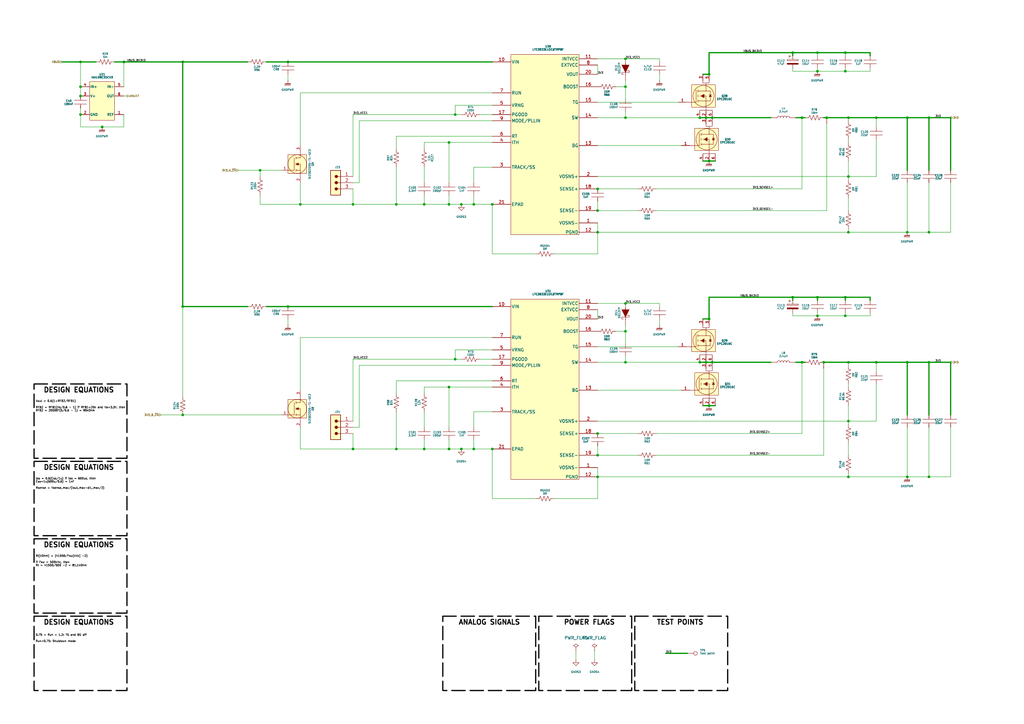
<source format=kicad_sch>
(kicad_sch (version 20231120) (generator "eeschema") (generator_version "8.0")
  (paper "A3")
  (title_block (title "Reliability Enhanced Electrical Power System") (date "2023-08-03") (rev "v0.0") (comment 1 "Davi Figueiredo <figueiredo.davi7@gmail.com> ") (comment 2 "João C. E. Barcellos <joaoclaudiobarcellos@gmail.com>") (comment 3 "Laura Debastiani <laudebastiani@gmail.com>"))
  (junction (at 50.8 25.4))
  (junction (at 346.71 29.21))
  (junction (at 245.11 177.8))
  (junction (at 381 195.58))
  (junction (at 201.93 83.82))
  (junction (at 335.28 21.59))
  (junction (at 347.98 72.39))
  (junction (at 184.15 158.75))
  (junction (at 162.56 184.15))
  (junction (at 74.93 125.73))
  (junction (at 33.02 46.99))
  (junction (at 372.11 48.26))
  (junction (at 184.15 58.42))
  (junction (at 245.11 86.36))
  (junction (at 256.54 24.13))
  (junction (at 33.02 35.56))
  (junction (at 256.54 124.46))
  (junction (at 359.41 48.26))
  (junction (at 33.02 39.37))
  (junction (at 347.98 148.59))
  (junction (at 33.02 25.4))
  (junction (at 339.09 48.26))
  (junction (at 186.69 147.32))
  (junction (at 346.71 129.54))
  (junction (at 256.54 35.56))
  (junction (at 144.78 83.82))
  (junction (at 372.11 195.58))
  (junction (at 106.68 69.85))
  (junction (at 189.23 83.82))
  (junction (at 359.41 148.59))
  (junction (at 328.93 48.26))
  (junction (at 292.1 48.26))
  (junction (at 41.91 52.07))
  (junction (at 290.83 130.81))
  (junction (at 144.78 184.15))
  (junction (at 184.15 83.82))
  (junction (at 184.15 184.15))
  (junction (at 189.23 184.15))
  (junction (at 245.11 186.69))
  (junction (at 337.82 148.59))
  (junction (at 381 148.59))
  (junction (at 186.69 46.99))
  (junction (at 256.54 148.59))
  (junction (at 289.56 148.59))
  (junction (at 118.11 25.4))
  (junction (at 256.54 135.89))
  (junction (at 173.99 83.82))
  (junction (at 381 95.25))
  (junction (at 346.71 121.92))
  (junction (at 372.11 148.59))
  (junction (at 287.02 148.59))
  (junction (at 162.56 83.82))
  (junction (at 335.28 29.21))
  (junction (at 173.99 184.15))
  (junction (at 347.98 195.58))
  (junction (at 118.11 125.73))
  (junction (at 335.28 129.54))
  (junction (at 245.11 195.58))
  (junction (at 245.11 77.47))
  (junction (at 328.93 148.59))
  (junction (at 325.12 121.92))
  (junction (at 201.93 184.15))
  (junction (at 335.28 121.92))
  (junction (at 123.19 83.82))
  (junction (at 347.98 48.26))
  (junction (at 245.11 95.25))
  (junction (at 287.02 48.26))
  (junction (at 290.83 166.37))
  (junction (at 372.11 95.25))
  (junction (at 346.71 21.59))
  (junction (at 347.98 95.25))
  (junction (at 256.54 48.26))
  (junction (at 194.31 83.82))
  (junction (at 347.98 172.72))
  (junction (at 290.83 66.04))
  (junction (at 194.31 184.15))
  (junction (at 290.83 30.48))
  (junction (at 292.1 148.59))
  (junction (at 289.56 48.26))
  (junction (at 381 48.26))
  (junction (at 74.93 25.4))
  (junction (at 325.12 21.59))
  (junction (at 74.93 170.18))
  (wire (pts (xy 50.8 25.4) (xy 50.8 35.56)))
  (wire (pts (xy 372.11 175.26) (xy 372.11 195.58)))
  (wire (pts (xy 194.31 175.26) (xy 194.31 168.91)))
  (wire (pts (xy 325.12 21.59) (xy 325.12 22.86)) (stroke (width 0.5)))
  (wire (pts (xy 328.93 48.26) (xy 330.2 48.26)) (stroke (width 0.5)))
  (wire (pts (xy 173.99 80.01) (xy 173.99 83.82)))
  (wire (pts (xy 347.98 48.26) (xy 359.41 48.26)) (stroke (width 0.5)))
  (wire (pts (xy 196.85 46.99) (xy 201.93 46.99)))
  (wire (pts (xy 162.56 68.58) (xy 162.56 83.82)))
  (wire (pts (xy 269.24 186.69) (xy 337.82 186.69)))
  (wire (pts (xy 227.33 204.47) (xy 245.11 204.47)))
  (wire (pts (xy 245.11 77.47) (xy 261.62 77.47)))
  (wire (pts (xy 356.87 121.92) (xy 356.87 123.19)) (stroke (width 0.5)))
  (wire (pts (xy 381 48.26) (xy 389.89 48.26)) (stroke (width 0.5)))
  (wire (pts (xy 245.11 86.36) (xy 261.62 86.36)))
  (wire (pts (xy 184.15 158.75) (xy 184.15 175.26)))
  (wire (pts (xy 347.98 194.31) (xy 347.98 195.58)))
  (wire (pts (xy 359.41 148.59) (xy 372.11 148.59)) (stroke (width 0.5)))
  (wire (pts (xy 347.98 93.98) (xy 347.98 95.25)))
  (wire (pts (xy 347.98 95.25) (xy 372.11 95.25)))
  (wire (pts (xy 245.11 182.88) (xy 245.11 186.69)))
  (wire (pts (xy 256.54 133.35) (xy 256.54 135.89)))
  (wire (pts (xy 194.31 80.01) (xy 194.31 83.82)))
  (wire (pts (xy 256.54 35.56) (xy 256.54 40.64)))
  (wire (pts (xy 287.02 48.26) (xy 289.56 48.26)) (stroke (width 0.5)))
  (wire (pts (xy 381 195.58) (xy 389.89 195.58)))
  (wire (pts (xy 50.8 46.99) (xy 50.8 52.07)))
  (wire (pts (xy 325.12 121.92) (xy 325.12 123.19)) (stroke (width 0.5)))
  (wire (pts (xy 186.69 147.32) (xy 189.23 147.32)))
  (wire (pts (xy 162.56 168.91) (xy 162.56 184.15)))
  (wire (pts (xy 372.11 148.59) (xy 381 148.59)) (stroke (width 0.5)))
  (wire (pts (xy 269.24 177.8) (xy 328.93 177.8)))
  (wire (pts (xy 372.11 74.93) (xy 372.11 95.25)))
  (wire (pts (xy 162.56 184.15) (xy 173.99 184.15)))
  (wire (pts (xy 288.29 130.81) (xy 290.83 130.81)) (stroke (width 0.5)))
  (wire (pts (xy 144.78 77.47) (xy 144.78 83.82)))
  (wire (pts (xy 292.1 48.26) (xy 316.23 48.26)) (stroke (width 0.5)))
  (wire (pts (xy 359.41 48.26) (xy 372.11 48.26)) (stroke (width 0.5)))
  (wire (pts (xy 335.28 22.86) (xy 335.28 21.59)))
  (wire (pts (xy 289.56 48.26) (xy 292.1 48.26)) (stroke (width 0.5)))
  (wire (pts (xy 219.71 104.14) (xy 201.93 104.14)))
  (wire (pts (xy 245.11 59.69) (xy 279.4 59.69)))
  (wire (pts (xy 144.78 46.99) (xy 186.69 46.99)))
  (wire (pts (xy 184.15 80.01) (xy 184.15 83.82)))
  (wire (pts (xy 290.83 30.48) (xy 290.83 21.59)) (stroke (width 0.5)))
  (wire (pts (xy 33.02 25.4) (xy 33.02 35.56)))
  (wire (pts (xy 173.99 184.15) (xy 184.15 184.15)))
  (wire (pts (xy 201.93 156.21) (xy 162.56 156.21)))
  (wire (pts (xy 359.41 172.72) (xy 347.98 172.72)))
  (wire (pts (xy 106.68 69.85) (xy 115.57 69.85)))
  (wire (pts (xy 74.93 125.73) (xy 101.6 125.73)) (stroke (width 0.5)))
  (wire (pts (xy 173.99 168.91) (xy 173.99 175.26)))
  (wire (pts (xy 106.68 80.01) (xy 106.68 83.82)))
  (wire (pts (xy 74.93 125.73) (xy 74.93 162.56)))
  (wire (pts (xy 325.12 128.27) (xy 325.12 129.54)))
  (wire (pts (xy 173.99 68.58) (xy 173.99 74.93)))
  (wire (pts (xy 337.82 48.26) (xy 339.09 48.26)) (stroke (width 0.5)))
  (wire (pts (xy 337.82 148.59) (xy 347.98 148.59)) (stroke (width 0.5)))
  (wire (pts (xy 359.41 72.39) (xy 347.98 72.39)))
  (wire (pts (xy 201.93 204.47) (xy 201.93 184.15)))
  (wire (pts (xy 33.02 44.45) (xy 33.02 46.99)))
  (wire (pts (xy 346.71 129.54) (xy 356.87 129.54)))
  (wire (pts (xy 144.78 147.32) (xy 144.78 172.72)))
  (wire (pts (xy 245.11 124.46) (xy 256.54 124.46)))
  (wire (pts (xy 74.93 25.4) (xy 101.6 25.4)) (stroke (width 0.5)))
  (wire (pts (xy 256.54 148.59) (xy 287.02 148.59)))
  (wire (pts (xy 335.28 129.54) (xy 346.71 129.54)))
  (wire (pts (xy 245.11 142.24) (xy 278.13 142.24)))
  (wire (pts (xy 162.56 55.88) (xy 162.56 60.96)))
  (wire (pts (xy 123.19 184.15) (xy 144.78 184.15)))
  (wire (pts (xy 189.23 83.82) (xy 194.31 83.82)))
  (wire (pts (xy 194.31 184.15) (xy 201.93 184.15)))
  (wire (pts (xy 326.39 148.59) (xy 328.93 148.59)) (stroke (width 0.5)))
  (wire (pts (xy 184.15 180.34) (xy 184.15 184.15)))
  (wire (pts (xy 252.73 35.56) (xy 256.54 35.56)))
  (wire (pts (xy 123.19 38.1) (xy 201.93 38.1)))
  (wire (pts (xy 347.98 195.58) (xy 372.11 195.58)))
  (wire (pts (xy 245.11 191.77) (xy 245.11 195.58)))
  (wire (pts (xy 66.04 170.18) (xy 74.93 170.18)))
  (wire (pts (xy 184.15 58.42) (xy 184.15 74.93)))
  (wire (pts (xy 381 74.93) (xy 381 95.25)))
  (wire (pts (xy 245.11 177.8) (xy 261.62 177.8)))
  (wire (pts (xy 335.28 21.59) (xy 346.71 21.59)) (stroke (width 0.5)))
  (wire (pts (xy 381 170.18) (xy 381 148.59)) (stroke (width 0.5)))
  (wire (pts (xy 184.15 158.75) (xy 173.99 158.75)))
  (wire (pts (xy 359.41 57.15) (xy 359.41 72.39)))
  (wire (pts (xy 372.11 148.59) (xy 372.11 170.18)) (stroke (width 0.5)))
  (wire (pts (xy 219.71 204.47) (xy 201.93 204.47)))
  (wire (pts (xy 173.99 83.82) (xy 184.15 83.82)))
  (wire (pts (xy 173.99 58.42) (xy 173.99 60.96)))
  (wire (pts (xy 147.32 149.86) (xy 201.93 149.86)))
  (wire (pts (xy 236.22 266.7) (xy 236.22 270.51)))
  (wire (pts (xy 118.11 25.4) (xy 201.93 25.4)) (stroke (width 0.5)))
  (wire (pts (xy 326.39 48.26) (xy 328.93 48.26)) (stroke (width 0.5)))
  (wire (pts (xy 347.98 181.61) (xy 347.98 186.69)))
  (wire (pts (xy 337.82 151.13) (xy 337.82 186.69)))
  (wire (pts (xy 372.11 48.26) (xy 372.11 69.85)) (stroke (width 0.5)))
  (wire (pts (xy 290.83 21.59) (xy 325.12 21.59)) (stroke (width 0.5)))
  (wire (pts (xy 245.11 26.67) (xy 245.11 30.48)))
  (wire (pts (xy 189.23 184.15) (xy 194.31 184.15)))
  (wire (pts (xy 186.69 46.99) (xy 189.23 46.99)))
  (wire (pts (xy 256.54 48.26) (xy 287.02 48.26)))
  (wire (pts (xy 201.93 55.88) (xy 162.56 55.88)))
  (wire (pts (xy 372.11 195.58) (xy 381 195.58)))
  (wire (pts (xy 325.12 21.59) (xy 335.28 21.59)) (stroke (width 0.5)))
  (wire (pts (xy 144.78 83.82) (xy 162.56 83.82)))
  (wire (pts (xy 347.98 81.28) (xy 347.98 86.36)))
  (wire (pts (xy 194.31 68.58) (xy 201.93 68.58)))
  (wire (pts (xy 347.98 166.37) (xy 347.98 172.72)))
  (wire (pts (xy 335.28 29.21) (xy 346.71 29.21)))
  (wire (pts (xy 335.28 121.92) (xy 335.28 123.19)) (stroke (width 0.5)))
  (wire (pts (xy 347.98 172.72) (xy 347.98 173.99)))
  (wire (pts (xy 347.98 48.26) (xy 347.98 49.53)))
  (wire (pts (xy 147.32 175.26) (xy 144.78 175.26)))
  (wire (pts (xy 173.99 180.34) (xy 173.99 184.15)))
  (wire (pts (xy 194.31 180.34) (xy 194.31 184.15)))
  (wire (pts (xy 347.98 66.04) (xy 347.98 72.39)))
  (wire (pts (xy 245.11 95.25) (xy 347.98 95.25)))
  (wire (pts (xy 346.71 29.21) (xy 356.87 29.21)))
  (wire (pts (xy 245.11 104.14) (xy 245.11 95.25)))
  (wire (pts (xy 33.02 25.4) (xy 39.37 25.4)) (stroke (width 0.5)))
  (wire (pts (xy 245.11 195.58) (xy 347.98 195.58)))
  (wire (pts (xy 346.71 121.92) (xy 356.87 121.92)) (stroke (width 0.5)))
  (wire (pts (xy 147.32 149.86) (xy 147.32 175.26)))
  (wire (pts (xy 147.32 74.93) (xy 147.32 49.53)))
  (wire (pts (xy 270.51 25.4) (xy 270.51 24.13)))
  (wire (pts (xy 109.22 25.4) (xy 118.11 25.4)) (stroke (width 0.5)))
  (wire (pts (xy 256.54 135.89) (xy 256.54 140.97)))
  (wire (pts (xy 347.98 148.59) (xy 347.98 149.86)))
  (wire (pts (xy 346.71 128.27) (xy 346.71 129.54)))
  (wire (pts (xy 118.11 125.73) (xy 201.93 125.73)) (stroke (width 0.5)))
  (wire (pts (xy 144.78 177.8) (xy 144.78 184.15)))
  (wire (pts (xy 256.54 24.13) (xy 270.51 24.13)))
  (wire (pts (xy 372.11 95.25) (xy 381 95.25)))
  (wire (pts (xy 123.19 175.26) (xy 123.19 184.15)))
  (wire (pts (xy 106.68 69.85) (xy 106.68 72.39)))
  (wire (pts (xy 118.11 130.81) (xy 118.11 133.35)))
  (wire (pts (xy 290.83 66.04) (xy 293.37 66.04)) (stroke (width 0.5)))
  (wire (pts (xy 389.89 74.93) (xy 389.89 95.25)))
  (wire (pts (xy 288.29 30.48) (xy 290.83 30.48)) (stroke (width 0.5)))
  (wire (pts (xy 50.8 39.37) (xy 52.07 39.37)))
  (wire (pts (xy 245.11 148.59) (xy 256.54 148.59)))
  (wire (pts (xy 201.93 158.75) (xy 184.15 158.75)))
  (wire (pts (xy 256.54 124.46) (xy 270.51 124.46)))
  (wire (pts (xy 33.02 35.56) (xy 33.02 39.37)))
  (wire (pts (xy 147.32 49.53) (xy 201.93 49.53)))
  (wire (pts (xy 356.87 128.27) (xy 356.87 129.54)))
  (wire (pts (xy 270.51 30.48) (xy 270.51 33.02)))
  (wire (pts (xy 328.93 148.59) (xy 330.2 148.59)) (stroke (width 0.5)))
  (wire (pts (xy 50.8 52.07) (xy 41.91 52.07)))
  (wire (pts (xy 256.54 45.72) (xy 256.54 48.26)))
  (wire (pts (xy 346.71 21.59) (xy 356.87 21.59)) (stroke (width 0.5)))
  (wire (pts (xy 252.73 135.89) (xy 256.54 135.89)))
  (wire (pts (xy 325.12 27.94) (xy 325.12 29.21)))
  (wire (pts (xy 162.56 156.21) (xy 162.56 161.29)))
  (wire (pts (xy 288.29 66.04) (xy 290.83 66.04)) (stroke (width 0.5)))
  (wire (pts (xy 184.15 58.42) (xy 173.99 58.42)))
  (wire (pts (xy 290.83 121.92) (xy 325.12 121.92)) (stroke (width 0.5)))
  (wire (pts (xy 347.98 72.39) (xy 347.98 73.66)))
  (wire (pts (xy 356.87 21.59) (xy 356.87 22.86)) (stroke (width 0.5)))
  (wire (pts (xy 347.98 157.48) (xy 347.98 158.75)))
  (wire (pts (xy 106.68 83.82) (xy 123.19 83.82)))
  (wire (pts (xy 245.11 204.47) (xy 245.11 195.58)))
  (wire (pts (xy 201.93 104.14) (xy 201.93 83.82)))
  (wire (pts (xy 381 148.59) (xy 389.89 148.59)) (stroke (width 0.5)))
  (wire (pts (xy 325.12 29.21) (xy 335.28 29.21)))
  (wire (pts (xy 186.69 43.18) (xy 186.69 46.99)))
  (wire (pts (xy 325.12 121.92) (xy 335.28 121.92)) (stroke (width 0.5)))
  (wire (pts (xy 245.11 186.69) (xy 261.62 186.69)))
  (wire (pts (xy 328.93 77.47) (xy 328.93 48.26)))
  (wire (pts (xy 273.05 267.97) (xy 281.94 267.97)) (stroke (width 0.5)))
  (wire (pts (xy 359.41 157.48) (xy 359.41 172.72)))
  (wire (pts (xy 123.19 83.82) (xy 144.78 83.82)))
  (wire (pts (xy 269.24 86.36) (xy 339.09 86.36)))
  (wire (pts (xy 245.11 82.55) (xy 245.11 86.36)))
  (wire (pts (xy 123.19 74.93) (xy 123.19 83.82)))
  (wire (pts (xy 144.78 74.93) (xy 147.32 74.93)))
  (wire (pts (xy 389.89 48.26) (xy 389.89 69.85)) (stroke (width 0.5)))
  (wire (pts (xy 123.19 59.69) (xy 123.19 38.1)))
  (wire (pts (xy 144.78 184.15) (xy 162.56 184.15)))
  (wire (pts (xy 339.09 48.26) (xy 347.98 48.26)) (stroke (width 0.5)))
  (wire (pts (xy 269.24 77.47) (xy 328.93 77.47)))
  (wire (pts (xy 173.99 158.75) (xy 173.99 161.29)))
  (wire (pts (xy 33.02 46.99) (xy 33.02 52.07)))
  (wire (pts (xy 359.41 48.26) (xy 359.41 52.07)))
  (wire (pts (xy 46.99 25.4) (xy 50.8 25.4)) (stroke (width 0.5)))
  (wire (pts (xy 346.71 22.86) (xy 346.71 21.59)))
  (wire (pts (xy 245.11 48.26) (xy 256.54 48.26)))
  (wire (pts (xy 74.93 170.18) (xy 115.57 170.18)))
  (wire (pts (xy 144.78 147.32) (xy 186.69 147.32)))
  (wire (pts (xy 184.15 184.15) (xy 189.23 184.15)))
  (wire (pts (xy 356.87 27.94) (xy 356.87 29.21)))
  (wire (pts (xy 347.98 148.59) (xy 359.41 148.59)) (stroke (width 0.5)))
  (wire (pts (xy 123.19 160.02) (xy 123.19 138.43)))
  (wire (pts (xy 201.93 58.42) (xy 184.15 58.42)))
  (wire (pts (xy 201.93 43.18) (xy 186.69 43.18)))
  (wire (pts (xy 245.11 24.13) (xy 256.54 24.13)))
  (wire (pts (xy 33.02 52.07) (xy 41.91 52.07)))
  (wire (pts (xy 328.93 177.8) (xy 328.93 148.59)))
  (wire (pts (xy 346.71 121.92) (xy 346.71 123.19)) (stroke (width 0.5)))
  (wire (pts (xy 186.69 143.51) (xy 186.69 147.32)))
  (wire (pts (xy 325.12 129.54) (xy 335.28 129.54)))
  (wire (pts (xy 381 175.26) (xy 381 195.58)))
  (wire (pts (xy 346.71 27.94) (xy 346.71 29.21)))
  (wire (pts (xy 245.11 127) (xy 245.11 130.81)))
  (wire (pts (xy 270.51 130.81) (xy 270.51 133.35)))
  (wire (pts (xy 25.4 25.4) (xy 33.02 25.4)) (stroke (width 0.5)))
  (wire (pts (xy 50.8 25.4) (xy 74.93 25.4)) (stroke (width 0.5)))
  (wire (pts (xy 194.31 83.82) (xy 201.93 83.82)))
  (wire (pts (xy 243.84 266.7) (xy 243.84 270.51)))
  (wire (pts (xy 256.54 146.05) (xy 256.54 148.59)))
  (wire (pts (xy 389.89 148.59) (xy 389.89 170.18)) (stroke (width 0.5)))
  (wire (pts (xy 290.83 166.37) (xy 293.37 166.37)) (stroke (width 0.5)))
  (wire (pts (xy 335.28 128.27) (xy 335.28 129.54)))
  (wire (pts (xy 162.56 83.82) (xy 173.99 83.82)))
  (wire (pts (xy 339.09 86.36) (xy 339.09 50.8)))
  (wire (pts (xy 245.11 72.39) (xy 347.98 72.39)))
  (wire (pts (xy 270.51 125.73) (xy 270.51 124.46)))
  (wire (pts (xy 196.85 147.32) (xy 201.93 147.32)))
  (wire (pts (xy 347.98 57.15) (xy 347.98 58.42)))
  (wire (pts (xy 389.89 175.26) (xy 389.89 195.58)))
  (wire (pts (xy 290.83 130.81) (xy 290.83 121.92)) (stroke (width 0.5)))
  (wire (pts (xy 144.78 46.99) (xy 144.78 72.39)))
  (wire (pts (xy 381 95.25) (xy 389.89 95.25)))
  (wire (pts (xy 184.15 83.82) (xy 189.23 83.82)))
  (wire (pts (xy 123.19 138.43) (xy 201.93 138.43)))
  (wire (pts (xy 292.1 148.59) (xy 316.23 148.59)) (stroke (width 0.5)))
  (wire (pts (xy 194.31 168.91) (xy 201.93 168.91)))
  (wire (pts (xy 359.41 148.59) (xy 359.41 152.4)))
  (wire (pts (xy 245.11 172.72) (xy 347.98 172.72)))
  (wire (pts (xy 372.11 48.26) (xy 381 48.26)) (stroke (width 0.5)))
  (wire (pts (xy 289.56 148.59) (xy 292.1 148.59)) (stroke (width 0.5)))
  (wire (pts (xy 245.11 41.91) (xy 278.13 41.91)))
  (wire (pts (xy 288.29 166.37) (xy 290.83 166.37)) (stroke (width 0.5)))
  (wire (pts (xy 227.33 104.14) (xy 245.11 104.14)))
  (wire (pts (xy 194.31 74.93) (xy 194.31 68.58)))
  (wire (pts (xy 74.93 25.4) (xy 74.93 125.73)) (stroke (width 0.5)))
  (wire (pts (xy 201.93 143.51) (xy 186.69 143.51)))
  (wire (pts (xy 118.11 30.48) (xy 118.11 33.02)))
  (wire (pts (xy 335.28 27.94) (xy 335.28 29.21)))
  (wire (pts (xy 256.54 33.02) (xy 256.54 35.56)))
  (wire (pts (xy 245.11 91.44) (xy 245.11 95.25)))
  (wire (pts (xy 97.79 69.85) (xy 106.68 69.85)))
  (wire (pts (xy 245.11 160.02) (xy 279.4 160.02)))
  (wire (pts (xy 335.28 121.92) (xy 346.71 121.92)) (stroke (width 0.5)))
  (wire (pts (xy 287.02 148.59) (xy 289.56 148.59)) (stroke (width 0.5)))
  (wire (pts (xy 381 69.85) (xy 381 48.26)) (stroke (width 0.5)))
  (wire (pts (xy 109.22 125.73) (xy 118.11 125.73)) (stroke (width 0.5)))
  (rectangle (start 220.98 252.73) (end 259.08 283.21) (stroke (width 0.5) (type dash) (color 0 0 0 1)))
  (rectangle (start 13.97 189.23) (end 52.07 219.71) (stroke (width 0.5) (type dash) (color 0 0 0 1)))
  (rectangle (start 13.97 252.73) (end 52.07 283.21) (stroke (width 0.5) (type dash) (color 0 0 0 1)))
  (rectangle (start 260.35 252.73) (end 298.45 283.21) (stroke (width 0.5) (type dash) (color 0 0 0 1)))
  (rectangle (start 13.97 157.48) (end 52.07 187.96) (stroke (width 0.5) (type dash) (color 0 0 0 1)))
  (rectangle (start 13.97 220.98) (end 52.07 251.46) (stroke (width 0.5) (type dash) (color 0 0 0 1)))
  (rectangle (start 181.61 252.73) (end 219.71 283.21) (stroke (width 0.5) (type dash) (color 0 0 0 1)))
  (text_box "Rt[kOhm] = (41550/Fsw[kHz] -2) \n\nif Fsw = 500kHz, then \nRt = 41550/500 -2 = 81.1kOhm " (at 13.97 224.79 0) (size 38.1 10.16) (stroke (width -0.0001)) (effects (font (size 0.8 0.8)) (justify left)))
  (text_box "Vout = 0.6(1+RFB2/RFB1) \n\nRFB2 = RFB1(Vo/0.6 - 1) if RFB1=20k and Vo=3.3V, then \nRFB2 = 20000*(5/0.6 - 1) = 90kOhm " (at 13.97 161.29 0) (size 38.1 10.16) (stroke (width -0.0001)) (effects (font (size 0.8 0.8)) (justify left)))
  (text_box "0.75 < Run < 1.2: TG and BG off \n\nRun<0.75: Shutdown mode " (at 13.97 256.54 0) (size 38.1 10.16) (stroke (width -0.0001)) (effects (font (size 0.8 0.8)) (justify left)))
  (text_box "tss = 0.6(Css/1u) if tss = 600us, then \nCss=1u(600u/0.6) = 1nF \n\nRsense = Vsense_max/(Iout_max-dIL_max/2) " (at 13.97 193.04 0) (size 38.1 10.16) (stroke (width -0.0001)) (effects (font (size 0.8 0.8)) (justify left)))
  (text "POWER FLAGS\n" (at 231.14 256.54 0) (effects (font (size 2 2) (thickness 0.4) (bold yes)) (justify left bottom)))
  (text "ANALOG SIGNALS" (at 187.96 256.54 0) (effects (font (size 2 2) (thickness 0.4) (bold yes)) (justify left bottom)))
  (text "DESIGN EQUATIONS" (at 17.78 161.29 0) (effects (font (size 2 2) (thickness 0.4) (bold yes)) (justify left bottom)))
  (text "DESIGN EQUATIONS" (at 17.78 256.54 0) (effects (font (size 2 2) (thickness 0.4) (bold yes)) (justify left bottom)))
  (text "DESIGN EQUATIONS" (at 17.78 224.79 0) (effects (font (size 2 2) (thickness 0.4) (bold yes)) (justify left bottom)))
  (text "TEST POINTS" (at 269.24 256.54 0) (effects (font (size 2 2) (thickness 0.4) (bold yes)) (justify left bottom)))
  (text "DESIGN EQUATIONS" (at 17.78 193.04 0) (effects (font (size 2 2) (thickness 0.4) (bold yes)) (justify left bottom)))
  (label "3V3_VCC2" (at 144.78 147.32 0) (effects (font (size 0.8 0.8))))
  (label "3V3_VCC1" (at 256.54 24.13 0) (effects (font (size 0.8 0.8))))
  (label "3V3_SENSE2-" (at 307.34 186.69 0) (effects (font (size 0.8 0.8))))
  (label "3V3" (at 383.54 48.26 0) (effects (font (size 0.8 0.8))))
  (label "3V3_VCC2" (at 256.54 124.46 0) (effects (font (size 0.8 0.8))))
  (label "VBUS_BK3V3" (at 52.07 25.4 0) (effects (font (size 0.8 0.8))))
  (label "VBUS_BK3V3" (at 303.53 121.92 0) (effects (font (size 0.8 0.8))))
  (label "3V3_SENSE2+" (at 307.34 177.8 0) (effects (font (size 0.8 0.8))))
  (label "3V3" (at 273.05 267.97 0) (effects (font (size 0.8 0.8))))
  (label "3V3" (at 245.11 130.81 0) (effects (font (size 0.8 0.8))))
  (label "3V3" (at 383.54 148.59 0) (effects (font (size 0.8 0.8))))
  (label "3V3" (at 245.11 30.48 0) (effects (font (size 0.8 0.8))))
  (label "3V3_SENSE1+" (at 308.61 77.47 0) (effects (font (size 0.8 0.8))))
  (label "3V3_SENSE1-" (at 308.61 86.36 0) (effects (font (size 0.8 0.8))))
  (label "3V3_VCC1" (at 144.78 46.99 0) (effects (font (size 0.8 0.8))))
  (label "VBUS_BK3V3" (at 304.8 21.59 0) (effects (font (size 0.8 0.8))))
  (hierarchical_label "3V3_B_~{EN}" (shape input) (at 66.04 170.18 180) (effects (font (size 0.8 0.8))))
  (hierarchical_label "3V3" (shape output) (at 389.89 148.59 0) (effects (font (size 0.8 0.8))))
  (hierarchical_label "3V3" (shape output) (at 389.89 48.26 0) (effects (font (size 0.8 0.8))))
  (hierarchical_label "3V3_A_~{EN}" (shape input) (at 97.79 69.85 180) (effects (font (size 0.8 0.8))))
  (hierarchical_label "VBUS" (shape input) (at 25.4 25.4 180) (effects (font (size 0.8 0.8))))
  (hierarchical_label "AMUX7" (shape output) (at 52.07 39.37 0) (effects (font (size 0.8 0.8))))
  (symbol (lib_id "GCM32ER71H475KA55L:GCM32ER71H475KA55L") (at 270.51 128.27 0) (mirror x) (unit 1)
    (property "Reference" "C111" (at 265.684 128.778 0) (effects (font (size 0.8 0.8))))
    (property "Value" "4.7uF" (at 265.684 127.508 0) (effects (font (size 0.8 0.8))))
    (property "Footprint" "footprints:CAP1210" (effects (hide yes)))
    (property "Datasheet" "https://br.mouser.com/datasheet/2/281/1/GCM32ER71H475KA55_01A-3146523.pdf" (effects (hide yes)))
    (property "Description" "Capacitor, 4.7uF, 5%" (effects (hide yes)))
    (property "Package" "SMD 1210" (effects (hide yes)))
    (property "Manufacturer" "Murata" (effects (hide yes)))
    (property "MPN" "GCM32ER71H475KA55L" (effects (hide yes)))
    (instances (project "eps-re_project" (path "" (reference "C111") (unit 1))) (project "5V0_LoadConverter" (path "" (reference "C6") (unit 1))) (project "5V0_LoadConverter" (path "" (reference "C15") (unit 1))))
  )
  (symbol (lib_id "CRCW060382K0FKEA:CRCW060382K0FKEA") (at 162.56 165.1 90) (unit 1)
    (property "Reference" "R98" (at 159.258 165.1 0) (effects (font (size 0.8 0.8))))
    (property "Value" "82k" (at 160.528 165.1 0) (effects (font (size 0.8 0.8))))
    (property "Footprint" "footprints:RES0603" (effects (hide yes)))
    (property "Datasheet" "https://www.vishay.com/docs/20035/dcrcwe3.pdf" (effects (hide yes)))
    (property "Description" "Resistor, 0.1W, 82k, 1%" (effects (hide yes)))
    (property "MPN" "CRCW060382K0FKEA" (effects (hide yes)))
    (property "Package" "SMD 0603" (effects (hide yes)))
    (property "Manufacturer" "Vishay" (effects (hide yes)))
  )
  (symbol (lib_id "power:GNDPWR") (at 41.91 52.07 0) (unit 1)
    (property "Reference" "#PWR06" (effects (hide yes)))
    (property "Value" "GNDPWR" (at 41.783 55.88 0) (effects (font (size 0.8 0.8))))
    (property "Description" "Power symbol creates a global label with name \"GNDPWR\" , global ground" (effects (hide yes)))
  )
  (symbol (lib_id "CRCW060310R0FKEAHP:CRCW060310R0FKEAHP") (at 248.92 35.56 180) (unit 1)
    (property "Reference" "R66" (at 248.92 38.862 0) (effects (font (size 0.8 0.8))))
    (property "Value" "10R" (at 248.92 37.592 0) (effects (font (size 0.8 0.8))))
    (property "Footprint" "footprints:RES0603" (effects (hide yes)))
    (property "Datasheet" "https://www.vishay.com/docs/20043/crcwhpe3.pdf" (effects (hide yes)))
    (property "Description" "Resistor, 0.33W, 10R, 1%" (effects (hide yes)))
    (property "Manufacturer" "Vishay" (effects (hide yes)))
    (property "MPN" "CRCW060310R0FKEAHP" (effects (hide yes)))
    (property "Package" "SMD 0603" (effects (hide yes)))
    (instances (project "eps-re_project" (path "" (reference "R66") (unit 1))) (project "5V0_LoadConverter" (path "" (reference "R6") (unit 1))) (project "5V0_LoadConverter" (path "" (reference "R13") (unit 1))))
  )
  (symbol (lib_id "CRCW060382K0FKEA:CRCW060382K0FKEA") (at 162.56 64.77 90) (unit 1)
    (property "Reference" "R97" (at 159.258 64.77 0) (effects (font (size 0.8 0.8))))
    (property "Value" "82k" (at 160.528 64.77 0) (effects (font (size 0.8 0.8))))
    (property "Footprint" "footprints:RES0603" (effects (hide yes)))
    (property "Datasheet" "https://www.vishay.com/docs/20035/dcrcwe3.pdf" (effects (hide yes)))
    (property "Description" "Resistor, 0.1W, 82k, 1%" (effects (hide yes)))
    (property "MPN" "CRCW060382K0FKEA" (effects (hide yes)))
    (property "Package" "SMD 0603" (effects (hide yes)))
    (property "Manufacturer" "Vishay" (effects (hide yes)))
  )
  (symbol (lib_id "INA199C3DCKR:INA199C3DCKR") (at 20.32 54.61 0) (unit 1)
    (property "Reference" "U21" (at 41.91 30.48 0) (effects (font (size 0.8 0.8))))
    (property "Value" "INA199C3DCKR" (at 41.91 31.75 0) (effects (font (size 0.8 0.8))))
    (property "Footprint" "footprints:INA199C3DCKR" (effects (hide yes)))
    (property "Datasheet" "https://www.ti.com/lit/ds/symlink/ina199.pdf?HQS=dis-mous-null-mousermode-dsf-pf-null-wwe&ts=1699134415152" (effects (hide yes)))
    (property "Package" "SC70-6" (effects (hide yes)))
    (property "Manufacturer" "TI" (effects (hide yes)))
    (property "MPN" "INA199C3DCKR" (effects (hide yes)))
  )
  (symbol (lib_id "C0603C220K5RACAUTO:C0603C220K5RACAUTO") (at 359.41 54.61 0) (unit 1)
    (property "Reference" "C120" (at 354.584 54.102 0) (effects (font (size 0.8 0.8))))
    (property "Value" "22pF" (at 354.584 55.372 0) (effects (font (size 0.8 0.8))))
    (property "Footprint" "footprints:CAP0603" (effects (hide yes)))
    (property "Datasheet" "https://api.kemet.com/component-edge/download/datasheet/C0603C100J5GACAUTO.pdf" (effects (hide yes)))
    (property "Description" "Capacitor, 22pF, 5%" (effects (hide yes)))
    (property "Manufacturer" "KEMET" (effects (hide yes)))
    (property "Package" "SMD 0603" (effects (hide yes)))
    (property "MPN" "C0603C220K5RACAUTO" (effects (hide yes)))
    (instances (project "eps-re_project" (path "" (reference "C120") (unit 1))) (project "5V0_LoadConverter" (path "" (reference "C12") (unit 1))) (project "5V0_LoadConverter" (path "" (reference "C25") (unit 1))))
  )
  (symbol (lib_id "C0603C102F3GACTU:C0603C102F3GACTU") (at 245.11 180.34 0) (unit 1)
    (property "Reference" "C107" (at 240.284 179.832 0) (effects (font (size 0.8 0.8))))
    (property "Value" "1nF" (at 240.284 181.102 0) (effects (font (size 0.8 0.8))))
    (property "Footprint" "footprints:CAP0603" (effects (hide yes)))
    (property "Datasheet" "https://api.kemet.com/component-edge/download/datasheet/C0603C100J5GACAUTO.pdf" (effects (hide yes)))
    (property "Description" "Capacitor, 1nF, 5%" (effects (hide yes)))
    (property "Manufacturer" "KEMET" (effects (hide yes)))
    (property "Package" "SMD 0603" (effects (hide yes)))
    (property "MPN" "C0603C102F3GACTU" (effects (hide yes)))
    (instances (project "eps-re_project" (path "" (reference "C107") (unit 1))) (project "5V0_LoadConverter" (path "" (reference "C2") (unit 1))) (project "5V0_LoadConverter" (path "" (reference "C11") (unit 1))))
  )
  (symbol (lib_id "C0603C104K5RACTU:C0603C104K5RACTU") (at 118.11 27.94 0) (mirror x) (unit 1)
    (property "Reference" "C98" (at 113.284 28.448 0) (effects (font (size 0.8 0.8))))
    (property "Value" "100nF" (at 113.284 27.178 0) (effects (font (size 0.8 0.8))))
    (property "Footprint" "footprints:CAP0603" (effects (hide yes)))
    (property "Datasheet" "https://br.mouser.com/datasheet/2/447/KEM_C1002_X7R_SMD-3316098.pdf" (effects (hide yes)))
    (property "Description" "Capacitor, 100nF, 5%" (effects (hide yes)))
    (property "Manufacturer" "KEMET" (effects (hide yes)))
    (property "MPN" "C0603C104K5RACTU" (effects (hide yes)))
    (property "Package" "SMD 0603" (effects (hide yes)))
    (instances (project "eps-re_project" (path "" (reference "C98") (unit 1))) (project "5V0_LoadConverter" (path "" (reference "C1") (unit 1))) (project "5V0_LoadConverter" (path "" (reference "C7") (unit 1))))
  )
  (symbol (lib_id "power:GNDPWR") (at 372.11 95.25 0) (unit 1)
    (property "Reference" "#PWR0107" (effects (hide yes)))
    (property "Value" "GNDPWR" (at 371.983 99.06 0) (effects (font (size 0.8 0.8))))
    (property "Description" "Power symbol creates a global label with name \"GNDPWR\" , global ground" (effects (hide yes)))
  )
  (symbol (lib_id "TESTPOINT:TestPoint") (at 281.94 267.97 270) (unit 1)
    (property "Reference" "TP5" (at 287.02 266.7 90) (effects (font (size 0.8 0.8)) (justify left)))
    (property "Value" "Test point" (at 287.02 267.97 90) (effects (font (size 0.8 0.8)) (justify left)))
    (property "Footprint" "footprints:testpoint_smd" (effects (hide yes)))
    (property "Datasheet" "https://br.mouser.com/datasheet/2/181/S2761R-1291319.pdf" (effects (hide yes)))
    (property "MPN" "S2761-46R" (effects (hide yes)))
    (property "Package" "Non-standard" (effects (hide yes)))
    (property "Manufacturer" "Harwin" (effects (hide yes)))
  )
  (symbol (lib_id "C1210C106K5RACTU:C1210C106K5RACTU") (at 335.28 125.73 0) (unit 1)
    (property "Reference" "C115" (at 330.454 125.222 0) (effects (font (size 0.8 0.8))))
    (property "Value" "10uF" (at 330.454 126.492 0) (effects (font (size 0.8 0.8))))
    (property "Footprint" "footprints:CAP1210" (effects (hide yes)))
    (property "Datasheet" "https://content.kemet.com/datasheets/KEM_C1002_X7R_SMD.pdf" (effects (hide yes)))
    (property "Description" "Capacitor, 10uF, 5%" (effects (hide yes)))
    (property "Manufacturer" "KEMET" (effects (hide yes)))
    (property "Package" "SMD 0603" (effects (hide yes)))
    (property "MPN" "C1210C106K5RACTU" (effects (hide yes)))
    (instances (project "eps-re_project" (path "" (reference "C115") (unit 1))) (project "5V0_LoadConverter" (path "" (reference "C9") (unit 1))) (project "5V0_LoadConverter" (path "" (reference "C19") (unit 1))))
  )
  (symbol (lib_id "C1210C106K5RACTU:C1210C106K5RACTU") (at 335.28 25.4 0) (unit 1)
    (property "Reference" "C114" (at 330.454 24.892 0) (effects (font (size 0.8 0.8))))
    (property "Value" "10uF" (at 330.454 26.162 0) (effects (font (size 0.8 0.8))))
    (property "Footprint" "footprints:CAP1210" (effects (hide yes)))
    (property "Datasheet" "https://content.kemet.com/datasheets/KEM_C1002_X7R_SMD.pdf" (effects (hide yes)))
    (property "Description" "Capacitor, 10uF, 5%" (effects (hide yes)))
    (property "Manufacturer" "KEMET" (effects (hide yes)))
    (property "Package" "SMD 0603" (effects (hide yes)))
    (property "MPN" "C1210C106K5RACTU" (effects (hide yes)))
    (instances (project "eps-re_project" (path "" (reference "C114") (unit 1))) (project "5V0_LoadConverter" (path "" (reference "C9") (unit 1))) (project "5V0_LoadConverter" (path "" (reference "C19") (unit 1))))
  )
  (symbol (lib_id "power:GNDPWR") (at 290.83 166.37 0) (unit 1)
    (property "Reference" "#PWR079" (effects (hide yes)))
    (property "Value" "GNDPWR" (at 290.703 170.18 0) (effects (font (size 0.8 0.8))))
    (property "Description" "Power symbol creates a global label with name \"GNDPWR\" , global ground" (effects (hide yes)))
  )
  (symbol (lib_id "WSL20105L000FEA:WSL20105L000FEA") (at 43.18 25.4 0) (unit 1)
    (property "Reference" "R29" (at 43.18 22.098 0) (effects (font (size 0.8 0.8))))
    (property "Value" "5m" (at 43.18 23.368 0) (effects (font (size 0.8 0.8))))
    (property "Footprint" "footprints:RES2010" (effects (hide yes)))
    (property "Datasheet" "https://www.vishay.com/docs/30100/wsl.pdf" (effects (hide yes)))
    (property "Description" "Current sense resistor, 0.5W, 0.005R, 1%" (effects (hide yes)))
    (property "MPN" "WSL20105L000FEA" (effects (hide yes)))
    (property "Package" "SMD 2010" (effects (hide yes)))
    (property "Manufacturer" "Vishay" (effects (hide yes)))
  )
  (symbol (lib_id "CRCW060310R0FKEAHP:CRCW060310R0FKEAHP") (at 265.43 86.36 180) (unit 1)
    (property "Reference" "R65" (at 265.43 89.662 0) (effects (font (size 0.8 0.8))))
    (property "Value" "10R" (at 265.43 88.392 0) (effects (font (size 0.8 0.8))))
    (property "Footprint" "footprints:RES0603" (effects (hide yes)))
    (property "Datasheet" "https://www.vishay.com/docs/20043/crcwhpe3.pdf" (effects (hide yes)))
    (property "Description" "Resistor, 0.33W, 10R, 1%" (effects (hide yes)))
    (property "Manufacturer" "Vishay" (effects (hide yes)))
    (property "MPN" "CRCW060310R0FKEAHP" (effects (hide yes)))
    (property "Package" "SMD 0603" (effects (hide yes)))
    (instances (project "eps-re_project" (path "" (reference "R65") (unit 1))) (project "5V0_LoadConverter" (path "" (reference "R6") (unit 1))) (project "5V0_LoadConverter" (path "" (reference "R13") (unit 1))))
  )
  (symbol (lib_id "CRCW060312K0FKEAHP:CRCW060312K0FKEAHP") (at 173.99 64.77 270) (unit 1)
    (property "Reference" "R127" (at 177.292 64.77 0) (effects (font (size 0.8 0.8))))
    (property "Value" "12k" (at 176.022 64.77 0) (effects (font (size 0.8 0.8))))
    (property "Footprint" "footprints:RES0603" (effects (hide yes)))
    (property "Datasheet" "https://www.vishay.com/docs/20043/crcwhpe3.pdf" (effects (hide yes)))
    (property "Description" "Resistor, 0.33W, 12k, 1%" (effects (hide yes)))
    (property "Manufacturer" "Vishay" (effects (hide yes)))
    (property "Package" "SMD 0603" (effects (hide yes)))
    (property "MPN" "CRCW060312K0FKEAHP" (effects (hide yes)))
    (instances (project "eps-re_project" (path "" (reference "R127") (unit 1))) (project "5V0_LoadConverter" (path "" (reference "R2") (unit 1))) (project "5V0_LoadConverter" (path "" (reference "R7") (unit 1))))
  )
  (symbol (lib_id "SS12FP:SS12FP") (at 256.54 139.7 90) (unit 1)
    (property "Reference" "D14" (at 252.73 128.27 0) (effects (font (size 0.8 0.8))))
    (property "Value" "SS12FP" (at 254 128.27 0) (effects (font (size 0.8 0.8))))
    (property "Footprint" "footprints:SS12FP" (effects (hide yes)))
    (property "Datasheet" "http://www.onsemi.com/pub/Collateral/S110FP-D.pdf" (effects (hide yes)))
    (property "Package" "SOD-123HE-2" (effects (hide yes)))
    (property "Manufacturer" "onsemi" (effects (hide yes)))
    (property "MPN" "SS12FP" (effects (hide yes)))
  )
  (symbol (lib_id "GCM32ER71C226KE19L:GCM32ER71C226KE19L") (at 389.89 172.72 0) (unit 1)
    (property "Reference" "C127" (at 385.064 172.212 0) (effects (font (size 0.8 0.8))))
    (property "Value" "22uF" (at 385.064 173.482 0) (effects (font (size 0.8 0.8))))
    (property "Footprint" "footprints:CAP1210" (effects (hide yes)))
    (property "Datasheet" "https://www.murata.com/en-us/products/productdetail?partno=GCM32ER71C226KE19%23" (effects (hide yes)))
    (property "Description" "Capacitor, 22uF, 5%" (effects (hide yes)))
    (property "Manufacturer" "Murata" (effects (hide yes)))
    (property "Package" "SMD 1210" (effects (hide yes)))
    (property "MPN" "GCM32ER71C226KE19L" (effects (hide yes)))
    (instances (project "eps-re_project" (path "" (reference "C127") (unit 1))) (project "5V0_LoadConverter" (path "" (reference "C15") (unit 1))) (project "5V0_LoadConverter" (path "" (reference "C31") (unit 1))))
  )
  (symbol (lib_id "CRCW060390K9FKEAHP:CRCW060390K9FKEAHP") (at 347.98 162.56 90) (unit 1)
    (property "Reference" "R144" (at 344.678 162.56 0) (effects (font (size 0.8 0.8))))
    (property "Value" "90.9k" (at 345.948 162.56 0) (effects (font (size 0.8 0.8))))
    (property "Footprint" "footprints:RES0603" (effects (hide yes)))
    (property "Datasheet" "https://www.vishay.com/docs/20043/crcwhpe3.pdf" (effects (hide yes)))
    (property "Description" "Resistor, 0.25W, 90.9k, 1%" (effects (hide yes)))
    (property "Manufacturer" "Vishay" (effects (hide yes)))
    (property "Package" "SMD 0603" (effects (hide yes)))
    (property "MPN" "CRCW060390K9FKEAHP" (effects (hide yes)))
    (instances (project "eps-re_project" (path "" (reference "R144") (unit 1))) (project "5V0_LoadConverter" (path "" (reference "R9") (unit 1))) (project "5V0_LoadConverter" (path "" (reference "R25") (unit 1))))
  )
  (symbol (lib_id "CRCW060310R0FKEAHP:CRCW060310R0FKEAHP") (at 265.43 177.8 180) (unit 1)
    (property "Reference" "R62" (at 265.43 181.102 0) (effects (font (size 0.8 0.8))))
    (property "Value" "10R" (at 265.43 179.832 0) (effects (font (size 0.8 0.8))))
    (property "Footprint" "footprints:RES0603" (effects (hide yes)))
    (property "Datasheet" "https://www.vishay.com/docs/20043/crcwhpe3.pdf" (effects (hide yes)))
    (property "Description" "Resistor, 0.33W, 10R, 1%" (effects (hide yes)))
    (property "Manufacturer" "Vishay" (effects (hide yes)))
    (property "MPN" "CRCW060310R0FKEAHP" (effects (hide yes)))
    (property "Package" "SMD 0603" (effects (hide yes)))
    (instances (project "eps-re_project" (path "" (reference "R62") (unit 1))) (project "5V0_LoadConverter" (path "" (reference "R6") (unit 1))) (project "5V0_LoadConverter" (path "" (reference "R13") (unit 1))))
  )
  (symbol (lib_id "C0603C102F3GACTU:C0603C102F3GACTU") (at 245.11 80.01 0) (unit 1)
    (property "Reference" "C106" (at 240.284 79.502 0) (effects (font (size 0.8 0.8))))
    (property "Value" "1nF" (at 240.284 80.772 0) (effects (font (size 0.8 0.8))))
    (property "Footprint" "footprints:CAP0603" (effects (hide yes)))
    (property "Datasheet" "https://api.kemet.com/component-edge/download/datasheet/C0603C100J5GACAUTO.pdf" (effects (hide yes)))
    (property "Description" "Capacitor, 1nF, 5%" (effects (hide yes)))
    (property "Manufacturer" "KEMET" (effects (hide yes)))
    (property "Package" "SMD 0603" (effects (hide yes)))
    (property "MPN" "C0603C102F3GACTU" (effects (hide yes)))
    (instances (project "eps-re_project" (path "" (reference "C106") (unit 1))) (project "5V0_LoadConverter" (path "" (reference "C2") (unit 1))) (project "5V0_LoadConverter" (path "" (reference "C11") (unit 1))))
  )
  (symbol (lib_id "GNDS4:GNDS4") (at 189.23 184.15 0) (unit 1)
    (property "Reference" "#PWR060" (effects (hide yes)))
    (property "Value" "GNDS4" (at 189.23 189.23 0) (effects (font (size 0.8 0.8))))
    (property "Description" "Power symbol creates a global label with name \"GNDS\" , signal ground" (effects (hide yes)))
  )
  (symbol (lib_id "CRCW060310R0FKEAHP:CRCW060310R0FKEAHP") (at 248.92 135.89 180) (unit 1)
    (property "Reference" "R63" (at 248.92 139.192 0) (effects (font (size 0.8 0.8))))
    (property "Value" "10R" (at 248.92 137.922 0) (effects (font (size 0.8 0.8))))
    (property "Footprint" "footprints:RES0603" (effects (hide yes)))
    (property "Datasheet" "https://www.vishay.com/docs/20043/crcwhpe3.pdf" (effects (hide yes)))
    (property "Description" "Resistor, 0.33W, 10R, 1%" (effects (hide yes)))
    (property "Manufacturer" "Vishay" (effects (hide yes)))
    (property "MPN" "CRCW060310R0FKEAHP" (effects (hide yes)))
    (property "Package" "SMD 0603" (effects (hide yes)))
    (instances (project "eps-re_project" (path "" (reference "R63") (unit 1))) (project "5V0_LoadConverter" (path "" (reference "R6") (unit 1))) (project "5V0_LoadConverter" (path "" (reference "R13") (unit 1))))
  )
  (symbol (lib_id "GNDS3:GNDS3") (at 236.22 270.51 0) (unit 1)
    (property "Reference" "#PWR0127" (effects (hide yes)))
    (property "Value" "GNDS3" (at 236.22 275.59 0) (effects (font (size 0.8 0.8))))
    (property "Description" "Power symbol creates a global label with name \"GNDS\" , signal ground" (effects (hide yes)))
  )
  (symbol (lib_id "CRCW06030000Z0EAHP:CRCW06030000Z0EAHP") (at 347.98 53.34 270) (unit 1)
    (property "Reference" "R80" (at 351.282 53.34 0) (effects (font (size 0.8 0.8))))
    (property "Value" "0R" (at 350.012 53.34 0) (effects (font (size 0.8 0.8))))
    (property "Footprint" "footprints:RES0603" (effects (hide yes)))
    (property "Datasheet" "https://www.vishay.com/docs/20043/crcwhpe3.pdf" (effects (hide yes)))
    (property "Description" "Jumper, 0.33W, 0R, 1%" (effects (hide yes)))
    (property "MPN" "CRCW06030000Z0EAHP" (effects (hide yes)))
    (property "Package" "SMD 0603" (effects (hide yes)))
    (property "Manufacturer" "Vishay" (effects (hide yes)))
  )
  (symbol (lib_id "CRCW06030000Z0EAHP:CRCW06030000Z0EAHP") (at 223.52 204.47 0) (unit 1)
    (property "Reference" "RGND3" (at 223.52 201.168 0) (effects (font (size 0.8 0.8))))
    (property "Value" "0R" (at 223.52 202.438 0) (effects (font (size 0.8 0.8))))
    (property "Footprint" "footprints:RES0603" (effects (hide yes)))
    (property "Datasheet" "https://www.vishay.com/docs/20043/crcwhpe3.pdf" (effects (hide yes)))
    (property "Description" "Jumper, 0.33W, 0R, 1%" (effects (hide yes)))
    (property "MPN" "CRCW06030000Z0EAHP" (effects (hide yes)))
    (property "Manufacturer" "Vishay" (effects (hide yes)))
    (property "Package" "SMD 0603" (effects (hide yes)))
  )
  (symbol (lib_id "T495X476K035ATE300:T495X476K035ATE300") (at 325.12 125.73 0) (unit 1)
    (property "Reference" "C113" (at 320.294 125.222 0) (effects (font (size 0.8 0.8))))
    (property "Value" "47uF" (at 320.294 126.492 0) (effects (font (size 0.8 0.8))))
    (property "Footprint" "footprints:CAP2917POL" (effects (hide yes)))
    (property "Datasheet" "https://content.kemet.com/datasheets/KEM_T2009_T495.pdf" (effects (hide yes)))
    (property "Description" "Tantalum capacitor, 47uF, 5%" (effects (hide yes)))
    (property "Manufacturer" "KEMET" (effects (hide yes)))
    (property "Package" "SMD 2917" (effects (hide yes)))
    (property "MPN" "T495X476K035ATE300" (effects (hide yes)))
  )
  (symbol (lib_id "SI2302DDS-T1-GE3:SI2302DDS-T1-GE3") (at 115.57 170.18 0) (unit 1)
    (property "Reference" "Q8" (at 128.27 167.64 90) (effects (font (size 0.8 0.8))))
    (property "Value" "SI2302DDS-T1-GE3" (at 127 167.64 90) (effects (font (size 0.8 0.8))))
    (property "Footprint" "footprints:SI2302DDS-T1-GE3" (effects (hide yes)))
    (property "Datasheet" "http://www.vishay.com/docs/63653/si2302dds.pdf" (effects (hide yes)))
    (property "Manufacturer" "Vishay" (effects (hide yes)))
    (property "MPN" "SI2302DDS-T1-GE3" (effects (hide yes)))
    (property "Package" "SOT-23-3 " (effects (hide yes)))
  )
  (symbol (lib_id "GNDS3:GNDS3") (at 189.23 83.82 0) (unit 1)
    (property "Reference" "#PWR058" (effects (hide yes)))
    (property "Value" "GNDS3" (at 189.23 88.9 0) (effects (font (size 0.8 0.8))))
    (property "Description" "Power symbol creates a global label with name \"GNDS\" , signal ground" (effects (hide yes)))
  )
  (symbol (lib_id "power:GNDPWR") (at 335.28 29.21 0) (unit 1)
    (property "Reference" "#PWR083" (effects (hide yes)))
    (property "Value" "GNDPWR" (at 335.153 33.02 0) (effects (font (size 0.8 0.8))))
    (property "Description" "Power symbol creates a global label with name \"GNDPWR\" , global ground" (effects (hide yes)))
  )
  (symbol (lib_id "C0603C220K5RACAUTO:C0603C220K5RACAUTO") (at 359.41 154.94 0) (unit 1)
    (property "Reference" "C121" (at 354.584 154.432 0) (effects (font (size 0.8 0.8))))
    (property "Value" "22pF" (at 354.584 155.702 0) (effects (font (size 0.8 0.8))))
    (property "Footprint" "footprints:CAP0603" (effects (hide yes)))
    (property "Datasheet" "https://api.kemet.com/component-edge/download/datasheet/C0603C100J5GACAUTO.pdf" (effects (hide yes)))
    (property "Description" "Capacitor, 22pF, 5%" (effects (hide yes)))
    (property "Manufacturer" "KEMET" (effects (hide yes)))
    (property "Package" "SMD 0603" (effects (hide yes)))
    (property "MPN" "C0603C220K5RACAUTO" (effects (hide yes)))
    (instances (project "eps-re_project" (path "" (reference "C121") (unit 1))) (project "5V0_LoadConverter" (path "" (reference "C12") (unit 1))) (project "5V0_LoadConverter" (path "" (reference "C25") (unit 1))))
  )
  (symbol (lib_id "CRCW060310R0FKEAHP:CRCW060310R0FKEAHP") (at 265.43 186.69 180) (unit 1)
    (property "Reference" "R61" (at 265.43 189.992 0) (effects (font (size 0.8 0.8))))
    (property "Value" "10R" (at 265.43 188.722 0) (effects (font (size 0.8 0.8))))
    (property "Footprint" "footprints:RES0603" (effects (hide yes)))
    (property "Datasheet" "https://www.vishay.com/docs/20043/crcwhpe3.pdf" (effects (hide yes)))
    (property "Description" "Resistor, 0.33W, 10R, 1%" (effects (hide yes)))
    (property "Manufacturer" "Vishay" (effects (hide yes)))
    (property "MPN" "CRCW060310R0FKEAHP" (effects (hide yes)))
    (property "Package" "SMD 0603" (effects (hide yes)))
    (instances (project "eps-re_project" (path "" (reference "R61") (unit 1))) (project "5V0_LoadConverter" (path "" (reference "R6") (unit 1))) (project "5V0_LoadConverter" (path "" (reference "R13") (unit 1))))
  )
  (symbol (lib_id "CRCW06030000Z0EAHP:CRCW06030000Z0EAHP") (at 347.98 77.47 270) (unit 1)
    (property "Reference" "R81" (at 351.282 77.47 0) (effects (font (size 0.8 0.8))))
    (property "Value" "0R" (at 350.012 77.47 0) (effects (font (size 0.8 0.8))))
    (property "Footprint" "footprints:RES0603" (effects (hide yes)))
    (property "Datasheet" "https://www.vishay.com/docs/20043/crcwhpe3.pdf" (effects (hide yes)))
    (property "Description" "Jumper, 0.33W, 0R, 1%" (effects (hide yes)))
    (property "MPN" "CRCW06030000Z0EAHP" (effects (hide yes)))
    (property "Package" "SMD 0603" (effects (hide yes)))
    (property "Manufacturer" "Vishay" (effects (hide yes)))
  )
  (symbol (lib_id "C0603C104K5RACTU:C0603C104K5RACTU") (at 256.54 43.18 0) (unit 1)
    (property "Reference" "C108" (at 251.714 42.672 0) (effects (font (size 0.8 0.8))))
    (property "Value" "100nF" (at 251.714 43.942 0) (effects (font (size 0.8 0.8))))
    (property "Footprint" "footprints:CAP0603" (effects (hide yes)))
    (property "Datasheet" "https://br.mouser.com/datasheet/2/447/KEM_C1002_X7R_SMD-3316098.pdf" (effects (hide yes)))
    (property "Description" "Capacitor, 100nF, 5%" (effects (hide yes)))
    (property "Manufacturer" "KEMET" (effects (hide yes)))
    (property "MPN" "C0603C104K5RACTU" (effects (hide yes)))
    (property "Package" "SMD 0603" (effects (hide yes)))
    (instances (project "eps-re_project" (path "" (reference "C108") (unit 1))) (project "5V0_LoadConverter" (path "" (reference "C7") (unit 1))) (project "5V0_LoadConverter" (path "" (reference "C13") (unit 1))))
  )
  (symbol (lib_id "EPC2016C:EPC2016C") (at 280.67 160.02 0) (unit 1)
    (property "Reference" "Q31" (at 298.45 157.48 0) (effects (font (size 0.8 0.8))))
    (property "Value" "EPC2016C" (at 298.45 158.75 0) (effects (font (size 0.8 0.8))))
    (property "Footprint" "footprints:EPC2016C" (effects (hide yes)))
    (property "Datasheet" "https://epc-co.com/epc/Portals/0/epc/documents/datasheets/EPC2016C_datasheet.pdf" (effects (hide yes)))
    (property "MPN" "EPC2016C" (effects (hide yes)))
    (property "Manufacturer" "EPC" (effects (hide yes)))
    (property "Package" "Non-standard" (effects (hide yes)))
  )
  (symbol (lib_id "LTC3833EUDC#TRPBF:LTC3833EUDC#TRPBF") (at 196.85 128.27 0) (unit 1)
    (property "Reference" "U31" (at 224.79 119.38 0) (effects (font (size 0.8 0.8))))
    (property "Value" "LTC3833EUDC#TRPBF" (at 224.79 120.65 0) (effects (font (size 0.8 0.8))))
    (property "Footprint" "footprints:LTC3833EUDC#TRPBF" (effects (hide yes)))
    (property "Datasheet" "https://www.analog.com/media/en/technical-documentation/data-sheets/3833f.pdf" (effects (hide yes)))
    (property "MPN" "LTC3833EUDC#TRPBF" (effects (hide yes)))
    (property "Package" "QFN-20" (effects (hide yes)))
    (property "Manufacturer" "Analog Devices" (effects (hide yes)))
  )
  (symbol (lib_id "power:GNDPWR") (at 118.11 33.02 0) (unit 1)
    (property "Reference" "#PWR054" (effects (hide yes)))
    (property "Value" "GNDPWR" (at 117.983 36.83 0) (effects (font (size 0.8 0.8))))
    (property "Description" "Power symbol creates a global label with name \"GNDPWR\" , global ground" (effects (hide yes)))
  )
  (symbol (lib_id "CRCW060320K0FKEAHP:CRCW060320K0FKEAHP") (at 347.98 190.5 90) (unit 1)
    (property "Reference" "R146" (at 344.678 190.5 0) (effects (font (size 0.8 0.8))))
    (property "Value" "20k" (at 345.948 190.5 0) (effects (font (size 0.8 0.8))))
    (property "Footprint" "footprints:RES0603" (effects (hide yes)))
    (property "Datasheet" "https://www.vishay.com/docs/20043/crcwhpe3.pdf" (effects (hide yes)))
    (property "Description" "Resistor, 0.33W, 20k, 1%" (effects (hide yes)))
    (property "Manufacturer" "Vishay" (effects (hide yes)))
    (property "Package" "SMD 0603" (effects (hide yes)))
    (property "MPN" "CRCW060320K0FKEAHP" (effects (hide yes)))
    (instances (project "eps-re_project" (path "" (reference "R146") (unit 1))) (project "5V0_LoadConverter" (path "" (reference "R11") (unit 1))) (project "5V0_LoadConverter" (path "" (reference "R27") (unit 1))))
  )
  (symbol (lib_id "JUMPER_SMD:JUMPER_SMD") (at 144.78 72.39 0) (mirror y) (unit 1)
    (property "Reference" "J23" (at 138.43 68.58 0) (effects (font (size 0.8 0.8))))
    (property "Value" "N/A" (effects (hide yes)))
    (property "Footprint" "footprints:three_position_jumper" (effects (hide yes)))
    (property "Datasheet" "N/A" (effects (hide yes)))
    (property "Manufacturer" "N/A" (effects (hide yes)))
    (property "MPN" "N/A" (effects (hide yes)))
    (property "Package" "N/A" (effects (hide yes)))
    (property "Observations" "The resistor CRCW06030000Z0EAHP (SMD 0603) is connected between pins 1 and 2" (effects (hide yes)))
  )
  (symbol (lib_id "power:GNDPWR") (at 372.11 195.58 0) (unit 1)
    (property "Reference" "#PWR0108" (effects (hide yes)))
    (property "Value" "GNDPWR" (at 371.983 199.39 0) (effects (font (size 0.8 0.8))))
    (property "Description" "Power symbol creates a global label with name \"GNDPWR\" , global ground" (effects (hide yes)))
  )
  (symbol (lib_id "GCM32ER71C226KE19L:GCM32ER71C226KE19L") (at 372.11 72.39 0) (unit 1)
    (property "Reference" "C122" (at 367.284 71.882 0) (effects (font (size 0.8 0.8))))
    (property "Value" "22uF" (at 367.284 73.152 0) (effects (font (size 0.8 0.8))))
    (property "Footprint" "footprints:CAP1210" (effects (hide yes)))
    (property "Datasheet" "https://www.murata.com/en-us/products/productdetail?partno=GCM32ER71C226KE19%23" (effects (hide yes)))
    (property "Description" "Capacitor, 22uF, 5%" (effects (hide yes)))
    (property "Manufacturer" "Murata" (effects (hide yes)))
    (property "Package" "SMD 1210" (effects (hide yes)))
    (property "MPN" "GCM32ER71C226KE19L" (effects (hide yes)))
    (instances (project "eps-re_project" (path "" (reference "C122") (unit 1))) (project "5V0_LoadConverter" (path "" (reference "C13") (unit 1))) (project "5V0_LoadConverter" (path "" (reference "C27") (unit 1))))
  )
  (symbol (lib_id "power:GNDPWR") (at 290.83 66.04 0) (unit 1)
    (property "Reference" "#PWR078" (effects (hide yes)))
    (property "Value" "GNDPWR" (at 290.703 69.85 0) (effects (font (size 0.8 0.8))))
    (property "Description" "Power symbol creates a global label with name \"GNDPWR\" , global ground" (effects (hide yes)))
  )
  (symbol (lib_id "WSL2010R0160FEA:WSL2010R0160FEA") (at 334.01 48.26 0) (unit 1)
    (property "Reference" "R78" (at 334.01 44.958 0) (effects (font (size 0.8 0.8))))
    (property "Value" "16m" (at 334.01 46.228 0) (effects (font (size 0.8 0.8))))
    (property "Footprint" "footprints:RES2010" (effects (hide yes)))
    (property "Datasheet" "https://www.vishay.com/docs/30100/wsl.pdf" (effects (hide yes)))
    (property "Description" "Current sense resistor, 0.5W, 0.016R, 1%" (effects (hide yes)))
    (property "MPN" "WSL2010R0160FEA" (effects (hide yes)))
    (property "Package" "SMD 2010" (effects (hide yes)))
    (property "Manufacturer" "Vishay" (effects (hide yes)))
  )
  (symbol (lib_id "power:PWR_FLAG") (at 236.22 266.7 0) (unit 1)
    (property "Reference" "#FLG024" (effects (hide yes)))
    (property "Value" "PWR_FLAG" (at 236.22 261.62 0))
    (property "Description" "Special symbol for telling ERC where power comes from" (effects (hide yes)))
  )
  (symbol (lib_id "LTC3833EUDC#TRPBF:LTC3833EUDC#TRPBF") (at 196.85 27.94 0) (unit 1)
    (property "Reference" "U30" (at 224.79 19.05 0) (effects (font (size 0.8 0.8))))
    (property "Value" "LTC3833EUDC#TRPBF" (at 224.79 20.32 0) (effects (font (size 0.8 0.8))))
    (property "Footprint" "footprints:LTC3833EUDC#TRPBF" (effects (hide yes)))
    (property "Datasheet" "https://www.analog.com/media/en/technical-documentation/data-sheets/3833f.pdf" (effects (hide yes)))
    (property "MPN" "LTC3833EUDC#TRPBF" (effects (hide yes)))
    (property "Package" "QFN-20" (effects (hide yes)))
    (property "Manufacturer" "Analog Devices" (effects (hide yes)))
  )
  (symbol (lib_id "SI2302DDS-T1-GE3:SI2302DDS-T1-GE3") (at 115.57 69.85 0) (unit 1)
    (property "Reference" "Q9" (at 128.27 67.31 90) (effects (font (size 0.8 0.8))))
    (property "Value" "SI2302DDS-T1-GE3" (at 127 67.31 90) (effects (font (size 0.8 0.8))))
    (property "Footprint" "footprints:SI2302DDS-T1-GE3" (effects (hide yes)))
    (property "Datasheet" "http://www.vishay.com/docs/63653/si2302dds.pdf" (effects (hide yes)))
    (property "Manufacturer" "Vishay" (effects (hide yes)))
    (property "MPN" "SI2302DDS-T1-GE3" (effects (hide yes)))
    (property "Package" "SOT-23-3 " (effects (hide yes)))
  )
  (symbol (lib_id "CRCW0603100KFKEAHP:CRCW0603100KFKEAHP") (at 106.68 76.2 90) (unit 1)
    (property "Reference" "R123" (at 103.378 76.2 0) (effects (font (size 0.8 0.8))))
    (property "Value" "100k" (at 104.648 76.2 0) (effects (font (size 0.8 0.8))))
    (property "Footprint" "footprints:RES0603" (effects (hide yes)))
    (property "Datasheet" "https://www.vishay.com/docs/20043/crcwhpe3.pdf" (effects (hide yes)))
    (property "Description" "Resistor, 0.33W, 100k, 1%" (effects (hide yes)))
    (property "Package" "SMD 0603" (effects (hide yes)))
    (property "Manufacturer" "Vishay" (effects (hide yes)))
    (property "MPN" "CRCW0603100KFKEAHP" (effects (hide yes)))
    (instances (project "eps-re_project" (path "" (reference "R123") (unit 1))) (project "5V0_LoadConverter" (path "" (reference "R5") (unit 1))) (project "5V0_LoadConverter" (path "" (reference "R3") (unit 1))))
  )
  (symbol (lib_id "C0603C102F3GACTU:C0603C102F3GACTU") (at 194.31 77.47 0) (unit 1)
    (property "Reference" "C104" (at 189.484 76.962 0) (effects (font (size 0.8 0.8))))
    (property "Value" "1nF" (at 189.484 78.232 0) (effects (font (size 0.8 0.8))))
    (property "Footprint" "footprints:CAP0603" (effects (hide yes)))
    (property "Datasheet" "https://api.kemet.com/component-edge/download/datasheet/C0603C100J5GACAUTO.pdf" (effects (hide yes)))
    (property "Description" "Capacitor, 1nF, 5%" (effects (hide yes)))
    (property "Manufacturer" "KEMET" (effects (hide yes)))
    (property "Package" "SMD 0603" (effects (hide yes)))
    (property "MPN" "C0603C102F3GACTU" (effects (hide yes)))
    (instances (project "eps-re_project" (path "" (reference "C104") (unit 1))) (project "5V0_LoadConverter" (path "" (reference "C3") (unit 1))) (project "5V0_LoadConverter" (path "" (reference "C9") (unit 1))))
  )
  (symbol (lib_id "CRCW06030000Z0EAHP:CRCW06030000Z0EAHP") (at 347.98 153.67 270) (unit 1)
    (property "Reference" "R82" (at 351.282 153.67 0) (effects (font (size 0.8 0.8))))
    (property "Value" "0R" (at 350.012 153.67 0) (effects (font (size 0.8 0.8))))
    (property "Footprint" "footprints:RES0603" (effects (hide yes)))
    (property "Datasheet" "https://www.vishay.com/docs/20043/crcwhpe3.pdf" (effects (hide yes)))
    (property "Description" "Jumper, 0.33W, 0R, 1%" (effects (hide yes)))
    (property "MPN" "CRCW06030000Z0EAHP" (effects (hide yes)))
    (property "Package" "SMD 0603" (effects (hide yes)))
    (property "Manufacturer" "Vishay" (effects (hide yes)))
  )
  (symbol (lib_id "GCM32ER71C226KE19L:GCM32ER71C226KE19L") (at 389.89 72.39 0) (unit 1)
    (property "Reference" "C126" (at 385.064 71.882 0) (effects (font (size 0.8 0.8))))
    (property "Value" "22uF" (at 385.064 73.152 0) (effects (font (size 0.8 0.8))))
    (property "Footprint" "footprints:CAP1210" (effects (hide yes)))
    (property "Datasheet" "https://www.murata.com/en-us/products/productdetail?partno=GCM32ER71C226KE19%23" (effects (hide yes)))
    (property "Description" "Capacitor, 22uF, 5%" (effects (hide yes)))
    (property "Manufacturer" "Murata" (effects (hide yes)))
    (property "Package" "SMD 1210" (effects (hide yes)))
    (property "MPN" "GCM32ER71C226KE19L" (effects (hide yes)))
    (instances (project "eps-re_project" (path "" (reference "C126") (unit 1))) (project "5V0_LoadConverter" (path "" (reference "C15") (unit 1))) (project "5V0_LoadConverter" (path "" (reference "C31") (unit 1))))
  )
  (symbol (lib_id "C0603C104K5RACTU:C0603C104K5RACTU") (at 33.02 41.91 0) (unit 1)
    (property "Reference" "C40" (at 28.194 41.402 0) (effects (font (size 0.8 0.8))))
    (property "Value" "100nF" (at 28.194 42.672 0) (effects (font (size 0.8 0.8))))
    (property "Footprint" "footprints:CAP0603" (effects (hide yes)))
    (property "Datasheet" "https://br.mouser.com/datasheet/2/447/KEM_C1002_X7R_SMD-3316098.pdf" (effects (hide yes)))
    (property "Description" "Capacitor, 100nF, 5%" (effects (hide yes)))
    (property "Manufacturer" "KEMET" (effects (hide yes)))
    (property "MPN" "C0603C104K5RACTU" (effects (hide yes)))
    (property "Package" "SMD 0603" (effects (hide yes)))
    (instances (project "eps-re_project" (path "" (reference "C40") (unit 1))) (project "EPS Analogico" (path "" (reference "C1") (unit 1))))
  )
  (symbol (lib_id "CRCW06032R20FKEAHP:CRCW06032R20FKEAHP") (at 105.41 25.4 180) (unit 1)
    (property "Reference" "R96" (at 105.41 28.702 0) (effects (font (size 0.8 0.8))))
    (property "Value" "2.2R" (at 105.41 27.432 0) (effects (font (size 0.8 0.8))))
    (property "Footprint" "footprints:RES0603" (effects (hide yes)))
    (property "Datasheet" "https://www.vishay.com/docs/20043/crcwhpe3.pdf" (effects (hide yes)))
    (property "Description" "Resistor, 0.33W, 2.2R, 1%" (effects (hide yes)))
    (property "MPN" "CRCW06032R20FKEAHP" (effects (hide yes)))
    (property "Package" "SMD 0603" (effects (hide yes)))
    (property "Manufacturer" "Vishay" (effects (hide yes)))
  )
  (symbol (lib_id "CRCW06030000Z0EAHP:CRCW06030000Z0EAHP") (at 223.52 104.14 0) (unit 1)
    (property "Reference" "RGND4" (at 223.52 100.838 0) (effects (font (size 0.8 0.8))))
    (property "Value" "0R" (at 223.52 102.108 0) (effects (font (size 0.8 0.8))))
    (property "Footprint" "footprints:RES0603" (effects (hide yes)))
    (property "Datasheet" "https://www.vishay.com/docs/20043/crcwhpe3.pdf" (effects (hide yes)))
    (property "Description" "Jumper, 0.33W, 0R, 1%" (effects (hide yes)))
    (property "MPN" "CRCW06030000Z0EAHP" (effects (hide yes)))
    (property "Manufacturer" "Vishay" (effects (hide yes)))
    (property "Package" "SMD 0603" (effects (hide yes)))
  )
  (symbol (lib_id "C0805C105K5RACTU:C0805C105K5RACTU") (at 356.87 125.73 0) (unit 1)
    (property "Reference" "C119" (at 352.044 125.222 0) (effects (font (size 0.8 0.8))))
    (property "Value" "1uF" (at 352.044 126.492 0) (effects (font (size 0.8 0.8))))
    (property "Footprint" "footprints:CAP0805" (effects (hide yes)))
    (property "Datasheet" "http://www.kemet.com/Lists/ProductCatalog/Attachments/53/KEM_C1002_X7R_SMD.pdf" (effects (hide yes)))
    (property "Description" "Capacitor, 1uF, 5%" (effects (hide yes)))
    (property "Package" "SMD 0805" (effects (hide yes)))
    (property "Manufacturer" "KEMET" (effects (hide yes)))
    (property "MPN" "C0805C105K5RACTU" (effects (hide yes)))
    (instances (project "eps-re_project" (path "" (reference "C119") (unit 1))) (project "5V0_LoadConverter" (path "" (reference "C11") (unit 1))) (project "5V0_LoadConverter" (path "" (reference "C23") (unit 1))))
  )
  (symbol (lib_id "SS12FP:SS12FP") (at 256.54 39.37 90) (unit 1)
    (property "Reference" "D13" (at 252.73 27.94 0) (effects (font (size 0.8 0.8))))
    (property "Value" "SS12FP" (at 254 27.94 0) (effects (font (size 0.8 0.8))))
    (property "Footprint" "footprints:SS12FP" (effects (hide yes)))
    (property "Datasheet" "http://www.onsemi.com/pub/Collateral/S110FP-D.pdf" (effects (hide yes)))
    (property "Package" "SOD-123HE-2" (effects (hide yes)))
    (property "Manufacturer" "onsemi" (effects (hide yes)))
    (property "MPN" "SS12FP" (effects (hide yes)))
  )
  (symbol (lib_id "C0603C332J5GACAUTO:C0603C332J5GACAUTO") (at 173.99 177.8 0) (unit 1)
    (property "Reference" "C101" (at 169.164 177.292 0) (effects (font (size 0.8 0.8))))
    (property "Value" "3.3nF" (at 169.164 178.562 0) (effects (font (size 0.8 0.8))))
    (property "Footprint" "footprints:CAP0603" (effects (hide yes)))
    (property "Datasheet" "https://api.kemet.com/component-edge/download/datasheet/C0603C100J5GACAUTO.pdf" (effects (hide yes)))
    (property "Description" "Capacitor, 3.3nF, 5%" (effects (hide yes)))
    (property "Manufacturer" "KEMET" (effects (hide yes)))
    (property "Package" "SMD 0603" (effects (hide yes)))
    (property "MPN" "C0603C332J5GACAUTO" (effects (hide yes)))
    (instances (project "eps-re_project" (path "" (reference "C101") (unit 1))) (project "5V0_LoadConverter" (path "" (reference "C5") (unit 1))) (project "5V0_LoadConverter" (path "" (reference "C3") (unit 1))))
  )
  (symbol (lib_id "power:GNDPWR") (at 118.11 133.35 0) (unit 1)
    (property "Reference" "#PWR056" (effects (hide yes)))
    (property "Value" "GNDPWR" (at 117.983 137.16 0) (effects (font (size 0.8 0.8))))
    (property "Description" "Power symbol creates a global label with name \"GNDPWR\" , global ground" (effects (hide yes)))
  )
  (symbol (lib_id "C0603C332J5GACAUTO:C0603C332J5GACAUTO") (at 173.99 77.47 0) (unit 1)
    (property "Reference" "C100" (at 169.164 76.962 0) (effects (font (size 0.8 0.8))))
    (property "Value" "3.3nF" (at 169.164 78.232 0) (effects (font (size 0.8 0.8))))
    (property "Footprint" "footprints:CAP0603" (effects (hide yes)))
    (property "Datasheet" "https://api.kemet.com/component-edge/download/datasheet/C0603C100J5GACAUTO.pdf" (effects (hide yes)))
    (property "Description" "Capacitor, 3.3nF, 5%" (effects (hide yes)))
    (property "Manufacturer" "KEMET" (effects (hide yes)))
    (property "Package" "SMD 0603" (effects (hide yes)))
    (property "MPN" "C0603C332J5GACAUTO" (effects (hide yes)))
    (instances (project "eps-re_project" (path "" (reference "C100") (unit 1))) (project "5V0_LoadConverter" (path "" (reference "C5") (unit 1))) (project "5V0_LoadConverter" (path "" (reference "C3") (unit 1))))
  )
  (symbol (lib_id "CRCW06032R20FKEAHP:CRCW06032R20FKEAHP") (at 105.41 125.73 180) (unit 1)
    (property "Reference" "R95" (at 105.41 129.032 0) (effects (font (size 0.8 0.8))))
    (property "Value" "2.2R" (at 105.41 127.762 0) (effects (font (size 0.8 0.8))))
    (property "Footprint" "footprints:RES0603" (effects (hide yes)))
    (property "Datasheet" "https://www.vishay.com/docs/20043/crcwhpe3.pdf" (effects (hide yes)))
    (property "Description" "Resistor, 0.33W, 2.2R, 1%" (effects (hide yes)))
    (property "MPN" "CRCW06032R20FKEAHP" (effects (hide yes)))
    (property "Package" "SMD 0603" (effects (hide yes)))
    (property "Manufacturer" "Vishay" (effects (hide yes)))
  )
  (symbol (lib_id "C0603C104K5RACTU:C0603C104K5RACTU") (at 256.54 143.51 0) (unit 1)
    (property "Reference" "C109" (at 251.714 143.002 0) (effects (font (size 0.8 0.8))))
    (property "Value" "100nF" (at 251.714 144.272 0) (effects (font (size 0.8 0.8))))
    (property "Footprint" "footprints:CAP0603" (effects (hide yes)))
    (property "Datasheet" "https://br.mouser.com/datasheet/2/447/KEM_C1002_X7R_SMD-3316098.pdf" (effects (hide yes)))
    (property "Description" "Capacitor, 100nF, 5%" (effects (hide yes)))
    (property "Manufacturer" "KEMET" (effects (hide yes)))
    (property "MPN" "C0603C104K5RACTU" (effects (hide yes)))
    (property "Package" "SMD 0603" (effects (hide yes)))
    (instances (project "eps-re_project" (path "" (reference "C109") (unit 1))) (project "5V0_LoadConverter" (path "" (reference "C7") (unit 1))) (project "5V0_LoadConverter" (path "" (reference "C13") (unit 1))))
  )
  (symbol (lib_id "GCM32ER71C226KE19L:GCM32ER71C226KE19L") (at 372.11 172.72 0) (unit 1)
    (property "Reference" "C123" (at 367.284 172.212 0) (effects (font (size 0.8 0.8))))
    (property "Value" "22uF" (at 367.284 173.482 0) (effects (font (size 0.8 0.8))))
    (property "Footprint" "footprints:CAP1210" (effects (hide yes)))
    (property "Datasheet" "https://www.murata.com/en-us/products/productdetail?partno=GCM32ER71C226KE19%23" (effects (hide yes)))
    (property "Description" "Capacitor, 22uF, 5%" (effects (hide yes)))
    (property "Manufacturer" "Murata" (effects (hide yes)))
    (property "Package" "SMD 1210" (effects (hide yes)))
    (property "MPN" "GCM32ER71C226KE19L" (effects (hide yes)))
    (instances (project "eps-re_project" (path "" (reference "C123") (unit 1))) (project "5V0_LoadConverter" (path "" (reference "C13") (unit 1))) (project "5V0_LoadConverter" (path "" (reference "C27") (unit 1))))
  )
  (symbol (lib_id "C0603C102F3GACTU:C0603C102F3GACTU") (at 194.31 177.8 0) (unit 1)
    (property "Reference" "C105" (at 189.484 177.292 0) (effects (font (size 0.8 0.8))))
    (property "Value" "1nF" (at 189.484 178.562 0) (effects (font (size 0.8 0.8))))
    (property "Footprint" "footprints:CAP0603" (effects (hide yes)))
    (property "Datasheet" "https://api.kemet.com/component-edge/download/datasheet/C0603C100J5GACAUTO.pdf" (effects (hide yes)))
    (property "Description" "Capacitor, 1nF, 5%" (effects (hide yes)))
    (property "Manufacturer" "KEMET" (effects (hide yes)))
    (property "Package" "SMD 0603" (effects (hide yes)))
    (property "MPN" "C0603C102F3GACTU" (effects (hide yes)))
    (instances (project "eps-re_project" (path "" (reference "C105") (unit 1))) (project "5V0_LoadConverter" (path "" (reference "C3") (unit 1))) (project "5V0_LoadConverter" (path "" (reference "C9") (unit 1))))
  )
  (symbol (lib_id "power:GNDPWR") (at 335.28 129.54 0) (unit 1)
    (property "Reference" "#PWR098" (effects (hide yes)))
    (property "Value" "GNDPWR" (at 335.153 133.35 0) (effects (font (size 0.8 0.8))))
    (property "Description" "Power symbol creates a global label with name \"GNDPWR\" , global ground" (effects (hide yes)))
  )
  (symbol (lib_id "EPC2016C:EPC2016C") (at 280.67 59.69 0) (unit 1)
    (property "Reference" "Q30" (at 298.45 57.15 0) (effects (font (size 0.8 0.8))))
    (property "Value" "EPC2016C" (at 298.45 58.42 0) (effects (font (size 0.8 0.8))))
    (property "Footprint" "footprints:EPC2016C" (effects (hide yes)))
    (property "Datasheet" "https://epc-co.com/epc/Portals/0/epc/documents/datasheets/EPC2016C_datasheet.pdf" (effects (hide yes)))
    (property "MPN" "EPC2016C" (effects (hide yes)))
    (property "Manufacturer" "EPC" (effects (hide yes)))
    (property "Package" "Non-standard" (effects (hide yes)))
  )
  (symbol (lib_id "GCM32ER71H475KA55L:GCM32ER71H475KA55L") (at 270.51 27.94 0) (mirror x) (unit 1)
    (property "Reference" "C110" (at 265.684 28.448 0) (effects (font (size 0.8 0.8))))
    (property "Value" "4.7uF" (at 265.684 27.178 0) (effects (font (size 0.8 0.8))))
    (property "Footprint" "footprints:CAP1210" (effects (hide yes)))
    (property "Datasheet" "https://br.mouser.com/datasheet/2/281/1/GCM32ER71H475KA55_01A-3146523.pdf" (effects (hide yes)))
    (property "Description" "Capacitor, 4.7uF, 5%" (effects (hide yes)))
    (property "Package" "SMD 1210" (effects (hide yes)))
    (property "Manufacturer" "Murata" (effects (hide yes)))
    (property "MPN" "GCM32ER71H475KA55L" (effects (hide yes)))
    (instances (project "eps-re_project" (path "" (reference "C110") (unit 1))) (project "5V0_LoadConverter" (path "" (reference "C6") (unit 1))) (project "5V0_LoadConverter" (path "" (reference "C15") (unit 1))))
  )
  (symbol (lib_id "GNDS4:GNDS4") (at 243.84 270.51 0) (unit 1)
    (property "Reference" "#PWR0124" (effects (hide yes)))
    (property "Value" "GNDS4" (at 243.84 275.59 0) (effects (font (size 0.8 0.8))))
    (property "Description" "Power symbol creates a global label with name \"GNDS\" , signal ground" (effects (hide yes)))
  )
  (symbol (lib_id "C0805C105K5RACTU:C0805C105K5RACTU") (at 356.87 25.4 0) (unit 1)
    (property "Reference" "C118" (at 352.044 24.892 0) (effects (font (size 0.8 0.8))))
    (property "Value" "1uF" (at 352.044 26.162 0) (effects (font (size 0.8 0.8))))
    (property "Footprint" "footprints:CAP0805" (effects (hide yes)))
    (property "Datasheet" "http://www.kemet.com/Lists/ProductCatalog/Attachments/53/KEM_C1002_X7R_SMD.pdf" (effects (hide yes)))
    (property "Description" "Capacitor, 1uF, 5%" (effects (hide yes)))
    (property "Package" "SMD 0805" (effects (hide yes)))
    (property "Manufacturer" "KEMET" (effects (hide yes)))
    (property "MPN" "C0805C105K5RACTU" (effects (hide yes)))
    (instances (project "eps-re_project" (path "" (reference "C118") (unit 1))) (project "5V0_LoadConverter" (path "" (reference "C11") (unit 1))) (project "5V0_LoadConverter" (path "" (reference "C23") (unit 1))))
  )
  (symbol (lib_id "C1210C106K5RACTU:C1210C106K5RACTU") (at 346.71 25.4 0) (unit 1)
    (property "Reference" "C116" (at 341.884 24.892 0) (effects (font (size 0.8 0.8))))
    (property "Value" "10uF" (at 341.884 26.162 0) (effects (font (size 0.8 0.8))))
    (property "Footprint" "footprints:CAP1210" (effects (hide yes)))
    (property "Datasheet" "https://content.kemet.com/datasheets/KEM_C1002_X7R_SMD.pdf" (effects (hide yes)))
    (property "Description" "Capacitor, 10uF, 5%" (effects (hide yes)))
    (property "Manufacturer" "KEMET" (effects (hide yes)))
    (property "Package" "SMD 0603" (effects (hide yes)))
    (property "MPN" "C1210C106K5RACTU" (effects (hide yes)))
    (instances (project "eps-re_project" (path "" (reference "C116") (unit 1))) (project "5V0_LoadConverter" (path "" (reference "C10") (unit 1))) (project "5V0_LoadConverter" (path "" (reference "C21") (unit 1))))
  )
  (symbol (lib_id "power:GNDPWR") (at 270.51 33.02 0) (unit 1)
    (property "Reference" "#PWR071" (effects (hide yes)))
    (property "Value" "GNDPWR" (at 270.383 36.83 0) (effects (font (size 0.8 0.8))))
    (property "Description" "Power symbol creates a global label with name \"GNDPWR\" , global ground" (effects (hide yes)))
  )
  (symbol (lib_id "JUMPER:JUMPER") (at 337.82 149.86 90) (unit 1)
    (property "Reference" "JP3" (effects (hide yes)))
    (property "Value" "N/A" (effects (hide yes)))
    (property "Footprint" "footprints:Jumper" (effects (hide yes)))
    (property "Datasheet" "N/A" (effects (hide yes)))
    (property "Description" "It's not a component, it's just a trick to give different names to the same NET" (effects (hide yes)))
    (property "MPN" "N/A" (effects (hide yes)))
    (property "Manufacturer" "N/A" (effects (hide yes)))
    (property "Package" "N/A" (effects (hide yes)))
  )
  (symbol (lib_id "JUMPER:JUMPER") (at 339.09 49.53 90) (unit 1)
    (property "Reference" "JP4" (effects (hide yes)))
    (property "Value" "N/A" (effects (hide yes)))
    (property "Footprint" "footprints:Jumper" (effects (hide yes)))
    (property "Datasheet" "N/A" (effects (hide yes)))
    (property "Description" "It's not a component, it's just a trick to give different names to the same NET" (effects (hide yes)))
    (property "MPN" "N/A" (effects (hide yes)))
    (property "Manufacturer" "N/A" (effects (hide yes)))
    (property "Package" "N/A" (effects (hide yes)))
  )
  (symbol (lib_id "744325240:744325240") (at 308.61 48.26 0) (unit 1)
    (property "Reference" "L4" (at 321.31 44.45 0) (effects (font (size 0.8 0.8))))
    (property "Value" "2.4uH" (at 321.31 45.72 0) (effects (font (size 0.8 0.8))))
    (property "Footprint" "footprints:744325240" (effects (hide yes)))
    (property "Datasheet" "https://www.we-online.com/components/products/datasheet/744325240.pdf" (effects (hide yes)))
    (property "Manufacturer" "Wurth Elektronik" (effects (hide yes)))
    (property "MPN" "744325240" (effects (hide yes)))
    (property "Package" "Non-standard" (effects (hide yes)))
    (instances (project "eps-re_project" (path "" (reference "L4") (unit 1))) (project "5V0_LoadConverter" (path "" (reference "L1") (unit 1))) (project "5V0_LoadConverter" (path "" (reference "L2") (unit 1))))
  )
  (symbol (lib_id "EPC2016C:EPC2016C") (at 279.4 41.91 0) (unit 1)
    (property "Reference" "Q28" (at 297.18 39.37 0) (effects (font (size 0.8 0.8))))
    (property "Value" "EPC2016C" (at 297.18 40.64 0) (effects (font (size 0.8 0.8))))
    (property "Footprint" "footprints:EPC2016C" (effects (hide yes)))
    (property "Datasheet" "https://epc-co.com/epc/Portals/0/epc/documents/datasheets/EPC2016C_datasheet.pdf" (effects (hide yes)))
    (property "MPN" "EPC2016C" (effects (hide yes)))
    (property "Manufacturer" "EPC" (effects (hide yes)))
    (property "Package" "Non-standard" (effects (hide yes)))
  )
  (symbol (lib_id "T495X476K035ATE300:T495X476K035ATE300") (at 325.12 25.4 0) (unit 1)
    (property "Reference" "C112" (at 320.294 24.892 0) (effects (font (size 0.8 0.8))))
    (property "Value" "47uF" (at 320.294 26.162 0) (effects (font (size 0.8 0.8))))
    (property "Footprint" "footprints:CAP2917POL" (effects (hide yes)))
    (property "Datasheet" "https://content.kemet.com/datasheets/KEM_T2009_T495.pdf" (effects (hide yes)))
    (property "Description" "Tantalum capacitor, 47uF, 5%" (effects (hide yes)))
    (property "Manufacturer" "KEMET" (effects (hide yes)))
    (property "Package" "SMD 2917" (effects (hide yes)))
    (property "MPN" "T495X476K035ATE300" (effects (hide yes)))
  )
  (symbol (lib_id "C1210C106K5RACTU:C1210C106K5RACTU") (at 346.71 125.73 0) (unit 1)
    (property "Reference" "C117" (at 341.884 125.222 0) (effects (font (size 0.8 0.8))))
    (property "Value" "10uF" (at 341.884 126.492 0) (effects (font (size 0.8 0.8))))
    (property "Footprint" "footprints:CAP1210" (effects (hide yes)))
    (property "Datasheet" "https://content.kemet.com/datasheets/KEM_C1002_X7R_SMD.pdf" (effects (hide yes)))
    (property "Description" "Capacitor, 10uF, 5%" (effects (hide yes)))
    (property "Manufacturer" "KEMET" (effects (hide yes)))
    (property "Package" "SMD 0603" (effects (hide yes)))
    (property "MPN" "C1210C106K5RACTU" (effects (hide yes)))
    (instances (project "eps-re_project" (path "" (reference "C117") (unit 1))) (project "5V0_LoadConverter" (path "" (reference "C10") (unit 1))) (project "5V0_LoadConverter" (path "" (reference "C21") (unit 1))))
  )
  (symbol (lib_id "CRCW060312K0FKEAHP:CRCW060312K0FKEAHP") (at 173.99 165.1 90) (unit 1)
    (property "Reference" "R128" (at 170.688 165.1 0) (effects (font (size 0.8 0.8))))
    (property "Value" "12k" (at 171.958 165.1 0) (effects (font (size 0.8 0.8))))
    (property "Footprint" "footprints:RES0603" (effects (hide yes)))
    (property "Datasheet" "https://www.vishay.com/docs/20043/crcwhpe3.pdf" (effects (hide yes)))
    (property "Description" "Resistor, 0.33W, 12k, 1%" (effects (hide yes)))
    (property "Manufacturer" "Vishay" (effects (hide yes)))
    (property "Package" "SMD 0603" (effects (hide yes)))
    (property "MPN" "CRCW060312K0FKEAHP" (effects (hide yes)))
    (instances (project "eps-re_project" (path "" (reference "R128") (unit 1))) (project "5V0_LoadConverter" (path "" (reference "R2") (unit 1))) (project "5V0_LoadConverter" (path "" (reference "R7") (unit 1))))
  )
  (symbol (lib_id "power:PWR_FLAG") (at 243.84 266.7 0) (unit 1)
    (property "Reference" "#FLG025" (effects (hide yes)))
    (property "Value" "PWR_FLAG" (at 243.84 261.62 0))
    (property "Description" "Special symbol for telling ERC where power comes from" (effects (hide yes)))
  )
  (symbol (lib_id "CRCW0603100KFKEAHP:CRCW0603100KFKEAHP") (at 193.04 46.99 180) (unit 1)
    (property "Reference" "R74" (at 193.04 43.942 0) (effects (font (size 0.8 0.8))))
    (property "Value" "100k" (at 193.04 45.212 0) (effects (font (size 0.8 0.8))))
    (property "Footprint" "footprints:RES0603" (effects (hide yes)))
    (property "Datasheet" "https://www.vishay.com/docs/20043/crcwhpe3.pdf" (effects (hide yes)))
    (property "Description" "Resistor, 0.33W, 100k, 1%" (effects (hide yes)))
    (property "Package" "SMD 0603" (effects (hide yes)))
    (property "Manufacturer" "Vishay" (effects (hide yes)))
    (property "MPN" "CRCW0603100KFKEAHP" (effects (hide yes)))
    (instances (project "eps-re_project" (path "" (reference "R74") (unit 1))) (project "5V0_LoadConverter" (path "" (reference "R4") (unit 1))) (project "5V0_LoadConverter" (path "" (reference "R11") (unit 1))))
  )
  (symbol (lib_id "C0603C101J5GACAUTO:C0603C101J5GACAUTO") (at 184.15 177.8 0) (unit 1)
    (property "Reference" "C103" (at 179.324 177.292 0) (effects (font (size 0.8 0.8))))
    (property "Value" "100pF" (at 179.324 178.562 0) (effects (font (size 0.8 0.8))))
    (property "Footprint" "footprints:CAP0603" (effects (hide yes)))
    (property "Datasheet" "https://api.kemet.com/component-edge/download/datasheet/C0603C100J5GACAUTO.pdf" (effects (hide yes)))
    (property "Description" "Capacitor, 100pF, 5%" (effects (hide yes)))
    (property "Manufacturer" "KEMET" (effects (hide yes)))
    (property "Package" "SMD 0603" (effects (hide yes)))
    (property "MPN" "C0603C101J5GACAUTO" (effects (hide yes)))
    (instances (project "eps-re_project" (path "" (reference "C103") (unit 1))) (project "5V0_LoadConverter" (path "" (reference "C4") (unit 1))) (project "5V0_LoadConverter" (path "" (reference "C5") (unit 1))))
  )
  (symbol (lib_id "CRCW060390K9FKEAHP:CRCW060390K9FKEAHP") (at 347.98 62.23 90) (unit 1)
    (property "Reference" "R140" (at 344.678 62.23 0) (effects (font (size 0.8 0.8))))
    (property "Value" "90.9k" (at 345.948 62.23 0) (effects (font (size 0.8 0.8))))
    (property "Footprint" "footprints:RES0603" (effects (hide yes)))
    (property "Datasheet" "https://www.vishay.com/docs/20043/crcwhpe3.pdf" (effects (hide yes)))
    (property "Description" "Resistor, 0.25W, 90.9k, 1%" (effects (hide yes)))
    (property "Manufacturer" "Vishay" (effects (hide yes)))
    (property "Package" "SMD 0603" (effects (hide yes)))
    (property "MPN" "CRCW060390K9FKEAHP" (effects (hide yes)))
    (instances (project "eps-re_project" (path "" (reference "R140") (unit 1))) (project "5V0_LoadConverter" (path "" (reference "R9") (unit 1))) (project "5V0_LoadConverter" (path "" (reference "R25") (unit 1))))
  )
  (symbol (lib_id "C0603C104K5RACTU:C0603C104K5RACTU") (at 118.11 128.27 0) (mirror x) (unit 1)
    (property "Reference" "C99" (at 113.284 128.778 0) (effects (font (size 0.8 0.8))))
    (property "Value" "100nF" (at 113.284 127.508 0) (effects (font (size 0.8 0.8))))
    (property "Footprint" "footprints:CAP0603" (effects (hide yes)))
    (property "Datasheet" "https://br.mouser.com/datasheet/2/447/KEM_C1002_X7R_SMD-3316098.pdf" (effects (hide yes)))
    (property "Description" "Capacitor, 100nF, 5%" (effects (hide yes)))
    (property "Manufacturer" "KEMET" (effects (hide yes)))
    (property "MPN" "C0603C104K5RACTU" (effects (hide yes)))
    (property "Package" "SMD 0603" (effects (hide yes)))
    (instances (project "eps-re_project" (path "" (reference "C99") (unit 1))) (project "5V0_LoadConverter" (path "" (reference "C1") (unit 1))) (project "5V0_LoadConverter" (path "" (reference "C7") (unit 1))))
  )
  (symbol (lib_id "power:GNDPWR") (at 270.51 133.35 0) (unit 1)
    (property "Reference" "#PWR072" (effects (hide yes)))
    (property "Value" "GNDPWR" (at 270.383 137.16 0) (effects (font (size 0.8 0.8))))
    (property "Description" "Power symbol creates a global label with name \"GNDPWR\" , global ground" (effects (hide yes)))
  )
  (symbol (lib_id "CRCW0603100KFKEAHP:CRCW0603100KFKEAHP") (at 193.04 147.32 180) (unit 1)
    (property "Reference" "R73" (at 193.04 144.272 0) (effects (font (size 0.8 0.8))))
    (property "Value" "100k" (at 193.04 145.542 0) (effects (font (size 0.8 0.8))))
    (property "Footprint" "footprints:RES0603" (effects (hide yes)))
    (property "Datasheet" "https://www.vishay.com/docs/20043/crcwhpe3.pdf" (effects (hide yes)))
    (property "Description" "Resistor, 0.33W, 100k, 1%" (effects (hide yes)))
    (property "Package" "SMD 0603" (effects (hide yes)))
    (property "Manufacturer" "Vishay" (effects (hide yes)))
    (property "MPN" "CRCW0603100KFKEAHP" (effects (hide yes)))
    (instances (project "eps-re_project" (path "" (reference "R73") (unit 1))) (project "5V0_LoadConverter" (path "" (reference "R4") (unit 1))) (project "5V0_LoadConverter" (path "" (reference "R11") (unit 1))))
  )
  (symbol (lib_id "C0603C101J5GACAUTO:C0603C101J5GACAUTO") (at 184.15 77.47 0) (unit 1)
    (property "Reference" "C102" (at 179.324 76.962 0) (effects (font (size 0.8 0.8))))
    (property "Value" "100pF" (at 179.324 78.232 0) (effects (font (size 0.8 0.8))))
    (property "Footprint" "footprints:CAP0603" (effects (hide yes)))
    (property "Datasheet" "https://api.kemet.com/component-edge/download/datasheet/C0603C100J5GACAUTO.pdf" (effects (hide yes)))
    (property "Description" "Capacitor, 100pF, 5%" (effects (hide yes)))
    (property "Manufacturer" "KEMET" (effects (hide yes)))
    (property "Package" "SMD 0603" (effects (hide yes)))
    (property "MPN" "C0603C101J5GACAUTO" (effects (hide yes)))
    (instances (project "eps-re_project" (path "" (reference "C102") (unit 1))) (project "5V0_LoadConverter" (path "" (reference "C4") (unit 1))) (project "5V0_LoadConverter" (path "" (reference "C5") (unit 1))))
  )
  (symbol (lib_id "CRCW060320K0FKEAHP:CRCW060320K0FKEAHP") (at 347.98 90.17 90) (unit 1)
    (property "Reference" "R142" (at 344.678 90.17 0) (effects (font (size 0.8 0.8))))
    (property "Value" "20k" (at 345.948 90.17 0) (effects (font (size 0.8 0.8))))
    (property "Footprint" "footprints:RES0603" (effects (hide yes)))
    (property "Datasheet" "https://www.vishay.com/docs/20043/crcwhpe3.pdf" (effects (hide yes)))
    (property "Description" "Resistor, 0.33W, 20k, 1%" (effects (hide yes)))
    (property "Manufacturer" "Vishay" (effects (hide yes)))
    (property "Package" "SMD 0603" (effects (hide yes)))
    (property "MPN" "CRCW060320K0FKEAHP" (effects (hide yes)))
    (instances (project "eps-re_project" (path "" (reference "R142") (unit 1))) (project "5V0_LoadConverter" (path "" (reference "R11") (unit 1))) (project "5V0_LoadConverter" (path "" (reference "R27") (unit 1))))
  )
  (symbol (lib_id "CRCW060310R0FKEAHP:CRCW060310R0FKEAHP") (at 265.43 77.47 180) (unit 1)
    (property "Reference" "R64" (at 265.43 80.772 0) (effects (font (size 0.8 0.8))))
    (property "Value" "10R" (at 265.43 79.502 0) (effects (font (size 0.8 0.8))))
    (property "Footprint" "footprints:RES0603" (effects (hide yes)))
    (property "Datasheet" "https://www.vishay.com/docs/20043/crcwhpe3.pdf" (effects (hide yes)))
    (property "Description" "Resistor, 0.33W, 10R, 1%" (effects (hide yes)))
    (property "Manufacturer" "Vishay" (effects (hide yes)))
    (property "MPN" "CRCW060310R0FKEAHP" (effects (hide yes)))
    (property "Package" "SMD 0603" (effects (hide yes)))
    (instances (project "eps-re_project" (path "" (reference "R64") (unit 1))) (project "5V0_LoadConverter" (path "" (reference "R6") (unit 1))) (project "5V0_LoadConverter" (path "" (reference "R13") (unit 1))))
  )
  (symbol (lib_id "GCM32ER71C226KE19L:GCM32ER71C226KE19L") (at 381 72.39 0) (unit 1)
    (property "Reference" "C124" (at 376.174 71.882 0) (effects (font (size 0.8 0.8))))
    (property "Value" "22uF" (at 376.174 73.152 0) (effects (font (size 0.8 0.8))))
    (property "Footprint" "footprints:CAP1210" (effects (hide yes)))
    (property "Datasheet" "https://www.murata.com/en-us/products/productdetail?partno=GCM32ER71C226KE19%23" (effects (hide yes)))
    (property "Description" "Capacitor, 22uF, 5%" (effects (hide yes)))
    (property "Manufacturer" "Murata" (effects (hide yes)))
    (property "Package" "SMD 1210" (effects (hide yes)))
    (property "MPN" "GCM32ER71C226KE19L" (effects (hide yes)))
    (instances (project "eps-re_project" (path "" (reference "C124") (unit 1))) (project "5V0_LoadConverter" (path "" (reference "C14") (unit 1))) (project "5V0_LoadConverter" (path "" (reference "C29") (unit 1))))
  )
  (symbol (lib_id "CRCW0603100KFKEAHP:CRCW0603100KFKEAHP") (at 74.93 166.37 90) (unit 1)
    (property "Reference" "R124" (at 71.628 166.37 0) (effects (font (size 0.8 0.8))))
    (property "Value" "100k" (at 72.898 166.37 0) (effects (font (size 0.8 0.8))))
    (property "Footprint" "footprints:RES0603" (effects (hide yes)))
    (property "Datasheet" "https://www.vishay.com/docs/20043/crcwhpe3.pdf" (effects (hide yes)))
    (property "Description" "Resistor, 0.33W, 100k, 1%" (effects (hide yes)))
    (property "Package" "SMD 0603" (effects (hide yes)))
    (property "Manufacturer" "Vishay" (effects (hide yes)))
    (property "MPN" "CRCW0603100KFKEAHP" (effects (hide yes)))
    (instances (project "eps-re_project" (path "" (reference "R124") (unit 1))) (project "5V0_LoadConverter" (path "" (reference "R5") (unit 1))) (project "5V0_LoadConverter" (path "" (reference "R3") (unit 1))))
  )
  (symbol (lib_id "GCM32ER71C226KE19L:GCM32ER71C226KE19L") (at 381 172.72 0) (unit 1)
    (property "Reference" "C125" (at 376.174 172.212 0) (effects (font (size 0.8 0.8))))
    (property "Value" "22uF" (at 376.174 173.482 0) (effects (font (size 0.8 0.8))))
    (property "Footprint" "footprints:CAP1210" (effects (hide yes)))
    (property "Datasheet" "https://www.murata.com/en-us/products/productdetail?partno=GCM32ER71C226KE19%23" (effects (hide yes)))
    (property "Description" "Capacitor, 22uF, 5%" (effects (hide yes)))
    (property "Manufacturer" "Murata" (effects (hide yes)))
    (property "Package" "SMD 1210" (effects (hide yes)))
    (property "MPN" "GCM32ER71C226KE19L" (effects (hide yes)))
    (instances (project "eps-re_project" (path "" (reference "C125") (unit 1))) (project "5V0_LoadConverter" (path "" (reference "C14") (unit 1))) (project "5V0_LoadConverter" (path "" (reference "C29") (unit 1))))
  )
  (symbol (lib_id "JUMPER_SMD:JUMPER_SMD") (at 144.78 172.72 0) (mirror y) (unit 1)
    (property "Reference" "J24" (at 138.43 168.91 0) (effects (font (size 0.8 0.8))))
    (property "Value" "N/A" (effects (hide yes)))
    (property "Footprint" "footprints:three_position_jumper" (effects (hide yes)))
    (property "Datasheet" "N/A" (effects (hide yes)))
    (property "Manufacturer" "N/A" (effects (hide yes)))
    (property "MPN" "N/A" (effects (hide yes)))
    (property "Package" "N/A" (effects (hide yes)))
    (property "Observations" "The resistor CRCW06030000Z0EAHP (SMD 0603) is connected between pins 1 and 2" (effects (hide yes)))
  )
  (symbol (lib_id "WSL2010R0160FEA:WSL2010R0160FEA") (at 334.01 148.59 0) (unit 1)
    (property "Reference" "R79" (at 334.01 145.288 0) (effects (font (size 0.8 0.8))))
    (property "Value" "16m" (at 334.01 146.558 0) (effects (font (size 0.8 0.8))))
    (property "Footprint" "footprints:RES2010" (effects (hide yes)))
    (property "Datasheet" "https://www.vishay.com/docs/30100/wsl.pdf" (effects (hide yes)))
    (property "Description" "Current sense resistor, 0.5W, 0.016R, 1%" (effects (hide yes)))
    (property "MPN" "WSL2010R0160FEA" (effects (hide yes)))
    (property "Package" "SMD 2010" (effects (hide yes)))
    (property "Manufacturer" "Vishay" (effects (hide yes)))
  )
  (symbol (lib_id "EPC2016C:EPC2016C") (at 279.4 142.24 0) (unit 1)
    (property "Reference" "Q29" (at 297.18 139.7 0) (effects (font (size 0.8 0.8))))
    (property "Value" "EPC2016C" (at 297.18 140.97 0) (effects (font (size 0.8 0.8))))
    (property "Footprint" "footprints:EPC2016C" (effects (hide yes)))
    (property "Datasheet" "https://epc-co.com/epc/Portals/0/epc/documents/datasheets/EPC2016C_datasheet.pdf" (effects (hide yes)))
    (property "MPN" "EPC2016C" (effects (hide yes)))
    (property "Manufacturer" "EPC" (effects (hide yes)))
    (property "Package" "Non-standard" (effects (hide yes)))
  )
  (symbol (lib_id "CRCW06030000Z0EAHP:CRCW06030000Z0EAHP") (at 347.98 177.8 270) (unit 1)
    (property "Reference" "R84" (at 351.282 177.8 0) (effects (font (size 0.8 0.8))))
    (property "Value" "0R" (at 350.012 177.8 0) (effects (font (size 0.8 0.8))))
    (property "Footprint" "footprints:RES0603" (effects (hide yes)))
    (property "Datasheet" "https://www.vishay.com/docs/20043/crcwhpe3.pdf" (effects (hide yes)))
    (property "Description" "Jumper, 0.33W, 0R, 1%" (effects (hide yes)))
    (property "MPN" "CRCW06030000Z0EAHP" (effects (hide yes)))
    (property "Package" "SMD 0603" (effects (hide yes)))
    (property "Manufacturer" "Vishay" (effects (hide yes)))
  )
  (symbol (lib_id "744325240:744325240") (at 308.61 148.59 0) (unit 1)
    (property "Reference" "L8" (at 321.31 144.78 0) (effects (font (size 0.8 0.8))))
    (property "Value" "2.4uH" (at 321.31 146.05 0) (effects (font (size 0.8 0.8))))
    (property "Footprint" "footprints:744325240" (effects (hide yes)))
    (property "Datasheet" "https://www.we-online.com/components/products/datasheet/744325240.pdf" (effects (hide yes)))
    (property "Manufacturer" "Wurth Elektronik" (effects (hide yes)))
    (property "MPN" "744325240" (effects (hide yes)))
    (property "Package" "Non-standard" (effects (hide yes)))
    (instances (project "eps-re_project" (path "" (reference "L8") (unit 1))) (project "5V0_LoadConverter" (path "" (reference "L1") (unit 1))) (project "5V0_LoadConverter" (path "" (reference "L2") (unit 1))))
  )
)
</source>
